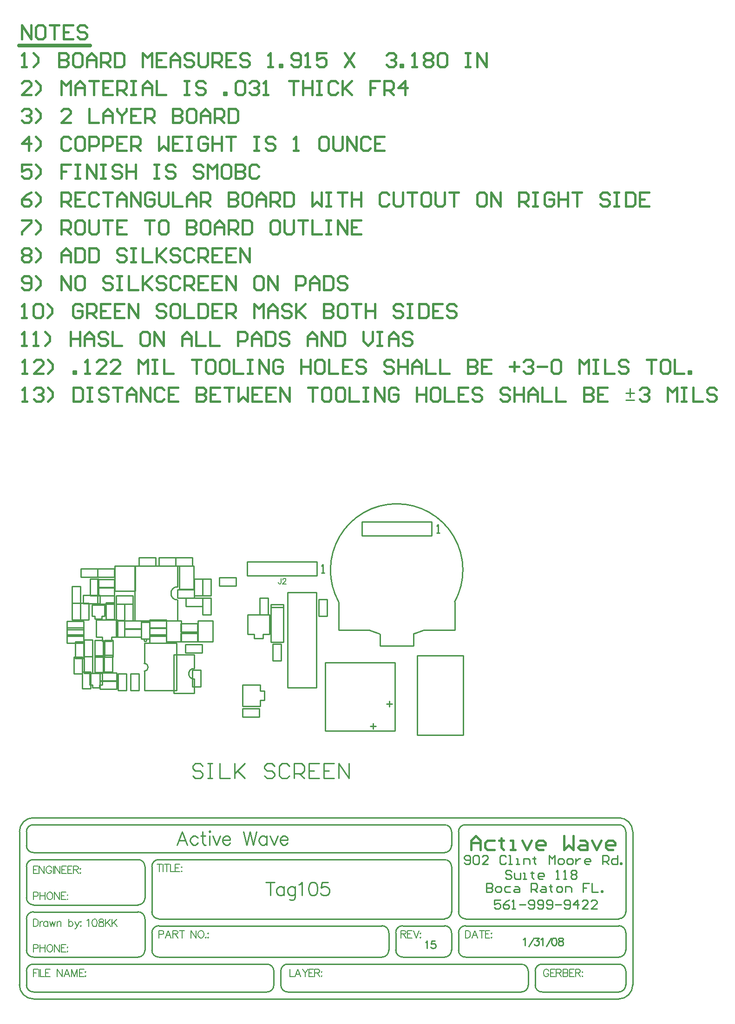
<source format=gto>
%FSLAX24Y24*%
%MOIN*%
G70*
G01*
G75*
G04 Layer_Color=16777215*
%ADD10O,0.0240X0.0800*%
%ADD11R,0.0300X0.0300*%
%ADD12R,0.0360X0.0360*%
%ADD13R,0.0500X0.0360*%
%ADD14R,0.0360X0.0360*%
%ADD15R,0.0360X0.0500*%
%ADD16C,0.0400*%
%ADD17R,0.0200X0.0500*%
%ADD18R,0.0236X0.0236*%
%ADD19R,0.0300X0.0300*%
%ADD20R,0.0740X0.0450*%
%ADD21R,0.0748X0.0433*%
%ADD22O,0.0160X0.0600*%
%ADD23R,0.0236X0.1000*%
%ADD24R,0.0236X0.0900*%
%ADD25R,0.0700X0.0236*%
%ADD26R,0.0900X0.0236*%
%ADD27O,0.0160X0.0600*%
%ADD28R,0.0138X0.0354*%
%ADD29R,0.0250X0.0300*%
%ADD30R,0.0640X0.0440*%
%ADD31R,0.0492X0.1181*%
%ADD32R,0.1000X0.1000*%
%ADD33R,0.1000X0.1400*%
%ADD34R,0.1000X0.1300*%
%ADD35R,0.1000X0.1200*%
%ADD36R,0.0138X0.0354*%
%ADD37R,0.0100X0.0100*%
%ADD38R,0.2000X0.1000*%
%ADD39R,0.1600X0.1800*%
%ADD40C,0.0120*%
%ADD41C,0.0150*%
%ADD42C,0.0100*%
%ADD43C,0.0400*%
%ADD44C,0.0250*%
%ADD45C,0.0160*%
%ADD46C,0.0200*%
%ADD47C,0.0140*%
%ADD48C,0.0300*%
%ADD49C,0.0740*%
%ADD50C,0.0060*%
%ADD51C,0.0080*%
%ADD52C,0.0090*%
%ADD53C,0.0050*%
%ADD54R,0.0500X0.0500*%
%ADD55C,0.0700*%
%ADD56C,0.0620*%
%ADD57R,0.0620X0.0620*%
%ADD58C,0.1220*%
%ADD59C,0.1000*%
%ADD60C,0.1950*%
%ADD61C,0.0280*%
%ADD62R,0.0700X0.0700*%
D41*
X29335Y-7069D02*
Y-6403D01*
X29668Y-6069D01*
X30002Y-6403D01*
Y-7069D01*
Y-6569D01*
X29335D01*
X31001Y-6403D02*
X30502D01*
X30335Y-6569D01*
Y-6902D01*
X30502Y-7069D01*
X31001D01*
X31501Y-6236D02*
Y-6403D01*
X31335D01*
X31668D01*
X31501D01*
Y-6902D01*
X31668Y-7069D01*
X32168D02*
X32501D01*
X32334D01*
Y-6403D01*
X32168D01*
X33001D02*
X33334Y-7069D01*
X33667Y-6403D01*
X34500Y-7069D02*
X34167D01*
X34000Y-6902D01*
Y-6569D01*
X34167Y-6403D01*
X34500D01*
X34667Y-6569D01*
Y-6736D01*
X34000D01*
X36000Y-6069D02*
Y-7069D01*
X36333Y-6736D01*
X36666Y-7069D01*
Y-6069D01*
X37166Y-6403D02*
X37499D01*
X37666Y-6569D01*
Y-7069D01*
X37166D01*
X36999Y-6902D01*
X37166Y-6736D01*
X37666D01*
X37999Y-6403D02*
X38332Y-7069D01*
X38666Y-6403D01*
X39499Y-7069D02*
X39165D01*
X38999Y-6902D01*
Y-6569D01*
X39165Y-6403D01*
X39499D01*
X39665Y-6569D01*
Y-6736D01*
X38999D01*
X-2884Y25105D02*
X-2551D01*
X-2717D01*
Y26105D01*
X-2884Y25938D01*
X-2051D02*
X-1884Y26105D01*
X-1551D01*
X-1385Y25938D01*
Y25771D01*
X-1551Y25605D01*
X-1718D01*
X-1551D01*
X-1385Y25438D01*
Y25272D01*
X-1551Y25105D01*
X-1884D01*
X-2051Y25272D01*
X-1051Y25105D02*
X-718Y25438D01*
Y25771D01*
X-1051Y26105D01*
X781D02*
Y25105D01*
X1281D01*
X1448Y25272D01*
Y25938D01*
X1281Y26105D01*
X781D01*
X1781D02*
X2114D01*
X1948D01*
Y25105D01*
X1781D01*
X2114D01*
X3281Y25938D02*
X3114Y26105D01*
X2781D01*
X2614Y25938D01*
Y25771D01*
X2781Y25605D01*
X3114D01*
X3281Y25438D01*
Y25272D01*
X3114Y25105D01*
X2781D01*
X2614Y25272D01*
X3614Y26105D02*
X4280D01*
X3947D01*
Y25105D01*
X4614D02*
Y25771D01*
X4947Y26105D01*
X5280Y25771D01*
Y25105D01*
Y25605D01*
X4614D01*
X5613Y25105D02*
Y26105D01*
X6280Y25105D01*
Y26105D01*
X7279Y25938D02*
X7113Y26105D01*
X6780D01*
X6613Y25938D01*
Y25272D01*
X6780Y25105D01*
X7113D01*
X7279Y25272D01*
X8279Y26105D02*
X7613D01*
Y25105D01*
X8279D01*
X7613Y25605D02*
X7946D01*
X9612Y26105D02*
Y25105D01*
X10112D01*
X10278Y25272D01*
Y25438D01*
X10112Y25605D01*
X9612D01*
X10112D01*
X10278Y25771D01*
Y25938D01*
X10112Y26105D01*
X9612D01*
X11278D02*
X10612D01*
Y25105D01*
X11278D01*
X10612Y25605D02*
X10945D01*
X11611Y26105D02*
X12278D01*
X11945D01*
Y25105D01*
X12611Y26105D02*
Y25105D01*
X12944Y25438D01*
X13277Y25105D01*
Y26105D01*
X14277D02*
X13611D01*
Y25105D01*
X14277D01*
X13611Y25605D02*
X13944D01*
X15277Y26105D02*
X14610D01*
Y25105D01*
X15277D01*
X14610Y25605D02*
X14944D01*
X15610Y25105D02*
Y26105D01*
X16276Y25105D01*
Y26105D01*
X17609D02*
X18276D01*
X17943D01*
Y25105D01*
X19109Y26105D02*
X18776D01*
X18609Y25938D01*
Y25272D01*
X18776Y25105D01*
X19109D01*
X19275Y25272D01*
Y25938D01*
X19109Y26105D01*
X20109D02*
X19775D01*
X19609Y25938D01*
Y25272D01*
X19775Y25105D01*
X20109D01*
X20275Y25272D01*
Y25938D01*
X20109Y26105D01*
X20608D02*
Y25105D01*
X21275D01*
X21608Y26105D02*
X21941D01*
X21775D01*
Y25105D01*
X21608D01*
X21941D01*
X22441D02*
Y26105D01*
X23108Y25105D01*
Y26105D01*
X24107Y25938D02*
X23941Y26105D01*
X23607D01*
X23441Y25938D01*
Y25272D01*
X23607Y25105D01*
X23941D01*
X24107Y25272D01*
Y25605D01*
X23774D01*
X25440Y26105D02*
Y25105D01*
Y25605D01*
X26107D01*
Y26105D01*
Y25105D01*
X26940Y26105D02*
X26606D01*
X26440Y25938D01*
Y25272D01*
X26606Y25105D01*
X26940D01*
X27106Y25272D01*
Y25938D01*
X26940Y26105D01*
X27439D02*
Y25105D01*
X28106D01*
X29106Y26105D02*
X28439D01*
Y25105D01*
X29106D01*
X28439Y25605D02*
X28772D01*
X30105Y25938D02*
X29939Y26105D01*
X29605D01*
X29439Y25938D01*
Y25771D01*
X29605Y25605D01*
X29939D01*
X30105Y25438D01*
Y25272D01*
X29939Y25105D01*
X29605D01*
X29439Y25272D01*
X32105Y25938D02*
X31938Y26105D01*
X31605D01*
X31438Y25938D01*
Y25771D01*
X31605Y25605D01*
X31938D01*
X32105Y25438D01*
Y25272D01*
X31938Y25105D01*
X31605D01*
X31438Y25272D01*
X32438Y26105D02*
Y25105D01*
Y25605D01*
X33104D01*
Y26105D01*
Y25105D01*
X33438D02*
Y25771D01*
X33771Y26105D01*
X34104Y25771D01*
Y25105D01*
Y25605D01*
X33438D01*
X34437Y26105D02*
Y25105D01*
X35104D01*
X35437Y26105D02*
Y25105D01*
X36103D01*
X37436Y26105D02*
Y25105D01*
X37936D01*
X38103Y25272D01*
Y25438D01*
X37936Y25605D01*
X37436D01*
X37936D01*
X38103Y25771D01*
Y25938D01*
X37936Y26105D01*
X37436D01*
X39102D02*
X38436D01*
Y25105D01*
X39102D01*
X38436Y25605D02*
X38769D01*
X41435Y25938D02*
X41602Y26105D01*
X41935D01*
X42101Y25938D01*
Y25771D01*
X41935Y25605D01*
X41768D01*
X41935D01*
X42101Y25438D01*
Y25272D01*
X41935Y25105D01*
X41602D01*
X41435Y25272D01*
X43434Y25105D02*
Y26105D01*
X43768Y25771D01*
X44101Y26105D01*
Y25105D01*
X44434Y26105D02*
X44767D01*
X44601D01*
Y25105D01*
X44434D01*
X44767D01*
X45267Y26105D02*
Y25105D01*
X45934D01*
X46933Y25938D02*
X46767Y26105D01*
X46433D01*
X46267Y25938D01*
Y25771D01*
X46433Y25605D01*
X46767D01*
X46933Y25438D01*
Y25272D01*
X46767Y25105D01*
X46433D01*
X46267Y25272D01*
X-2894Y29085D02*
X-2561D01*
X-2727D01*
Y30085D01*
X-2894Y29918D01*
X-2061Y29085D02*
X-1728D01*
X-1894D01*
Y30085D01*
X-2061Y29918D01*
X-1228Y29085D02*
X-895Y29418D01*
Y29751D01*
X-1228Y30085D01*
X605D02*
Y29085D01*
Y29585D01*
X1271D01*
Y30085D01*
Y29085D01*
X1605D02*
Y29751D01*
X1938Y30085D01*
X2271Y29751D01*
Y29085D01*
Y29585D01*
X1605D01*
X3271Y29918D02*
X3104Y30085D01*
X2771D01*
X2604Y29918D01*
Y29751D01*
X2771Y29585D01*
X3104D01*
X3271Y29418D01*
Y29252D01*
X3104Y29085D01*
X2771D01*
X2604Y29252D01*
X3604Y30085D02*
Y29085D01*
X4270D01*
X6103Y30085D02*
X5770D01*
X5603Y29918D01*
Y29252D01*
X5770Y29085D01*
X6103D01*
X6270Y29252D01*
Y29918D01*
X6103Y30085D01*
X6603Y29085D02*
Y30085D01*
X7269Y29085D01*
Y30085D01*
X8602Y29085D02*
Y29751D01*
X8935Y30085D01*
X9269Y29751D01*
Y29085D01*
Y29585D01*
X8602D01*
X9602Y30085D02*
Y29085D01*
X10268D01*
X10602Y30085D02*
Y29085D01*
X11268D01*
X12601D02*
Y30085D01*
X13101D01*
X13267Y29918D01*
Y29585D01*
X13101Y29418D01*
X12601D01*
X13601Y29085D02*
Y29751D01*
X13934Y30085D01*
X14267Y29751D01*
Y29085D01*
Y29585D01*
X13601D01*
X14600Y30085D02*
Y29085D01*
X15100D01*
X15267Y29252D01*
Y29918D01*
X15100Y30085D01*
X14600D01*
X16266Y29918D02*
X16100Y30085D01*
X15767D01*
X15600Y29918D01*
Y29751D01*
X15767Y29585D01*
X16100D01*
X16266Y29418D01*
Y29252D01*
X16100Y29085D01*
X15767D01*
X15600Y29252D01*
X17599Y29085D02*
Y29751D01*
X17933Y30085D01*
X18266Y29751D01*
Y29085D01*
Y29585D01*
X17599D01*
X18599Y29085D02*
Y30085D01*
X19265Y29085D01*
Y30085D01*
X19599D02*
Y29085D01*
X20099D01*
X20265Y29252D01*
Y29918D01*
X20099Y30085D01*
X19599D01*
X21598D02*
Y29418D01*
X21931Y29085D01*
X22264Y29418D01*
Y30085D01*
X22598D02*
X22931D01*
X22764D01*
Y29085D01*
X22598D01*
X22931D01*
X23431D02*
Y29751D01*
X23764Y30085D01*
X24097Y29751D01*
Y29085D01*
Y29585D01*
X23431D01*
X25097Y29918D02*
X24930Y30085D01*
X24597D01*
X24430Y29918D01*
Y29751D01*
X24597Y29585D01*
X24930D01*
X25097Y29418D01*
Y29252D01*
X24930Y29085D01*
X24597D01*
X24430Y29252D01*
X-2228Y47085D02*
X-2894D01*
X-2228Y47751D01*
Y47918D01*
X-2394Y48085D01*
X-2727D01*
X-2894Y47918D01*
X-1894Y47085D02*
X-1561Y47418D01*
Y47751D01*
X-1894Y48085D01*
X-62Y47085D02*
Y48085D01*
X272Y47751D01*
X605Y48085D01*
Y47085D01*
X938D02*
Y47751D01*
X1271Y48085D01*
X1605Y47751D01*
Y47085D01*
Y47585D01*
X938D01*
X1938Y48085D02*
X2604D01*
X2271D01*
Y47085D01*
X3604Y48085D02*
X2937D01*
Y47085D01*
X3604D01*
X2937Y47585D02*
X3271D01*
X3937Y47085D02*
Y48085D01*
X4437D01*
X4604Y47918D01*
Y47585D01*
X4437Y47418D01*
X3937D01*
X4270D02*
X4604Y47085D01*
X4937Y48085D02*
X5270D01*
X5103D01*
Y47085D01*
X4937D01*
X5270D01*
X5770D02*
Y47751D01*
X6103Y48085D01*
X6436Y47751D01*
Y47085D01*
Y47585D01*
X5770D01*
X6769Y48085D02*
Y47085D01*
X7436D01*
X8769Y48085D02*
X9102D01*
X8935D01*
Y47085D01*
X8769D01*
X9102D01*
X10268Y47918D02*
X10102Y48085D01*
X9769D01*
X9602Y47918D01*
Y47751D01*
X9769Y47585D01*
X10102D01*
X10268Y47418D01*
Y47252D01*
X10102Y47085D01*
X9769D01*
X9602Y47252D01*
X11601Y47085D02*
Y47252D01*
X11768D01*
Y47085D01*
X11601D01*
X12434Y47918D02*
X12601Y48085D01*
X12934D01*
X13101Y47918D01*
Y47252D01*
X12934Y47085D01*
X12601D01*
X12434Y47252D01*
Y47918D01*
X13434D02*
X13601Y48085D01*
X13934D01*
X14100Y47918D01*
Y47751D01*
X13934Y47585D01*
X13767D01*
X13934D01*
X14100Y47418D01*
Y47252D01*
X13934Y47085D01*
X13601D01*
X13434Y47252D01*
X14434Y47085D02*
X14767D01*
X14600D01*
Y48085D01*
X14434Y47918D01*
X16266Y48085D02*
X16933D01*
X16600D01*
Y47085D01*
X17266Y48085D02*
Y47085D01*
Y47585D01*
X17933D01*
Y48085D01*
Y47085D01*
X18266Y48085D02*
X18599D01*
X18432D01*
Y47085D01*
X18266D01*
X18599D01*
X19765Y47918D02*
X19599Y48085D01*
X19265D01*
X19099Y47918D01*
Y47252D01*
X19265Y47085D01*
X19599D01*
X19765Y47252D01*
X20099Y48085D02*
Y47085D01*
Y47418D01*
X20765Y48085D01*
X20265Y47585D01*
X20765Y47085D01*
X22764Y48085D02*
X22098D01*
Y47585D01*
X22431D01*
X22098D01*
Y47085D01*
X23098D02*
Y48085D01*
X23597D01*
X23764Y47918D01*
Y47585D01*
X23597Y47418D01*
X23098D01*
X23431D02*
X23764Y47085D01*
X24597D02*
Y48085D01*
X24097Y47585D01*
X24764D01*
X-2894Y33252D02*
X-2727Y33085D01*
X-2394D01*
X-2228Y33252D01*
Y33918D01*
X-2394Y34085D01*
X-2727D01*
X-2894Y33918D01*
Y33751D01*
X-2727Y33585D01*
X-2228D01*
X-1894Y33085D02*
X-1561Y33418D01*
Y33751D01*
X-1894Y34085D01*
X-62Y33085D02*
Y34085D01*
X605Y33085D01*
Y34085D01*
X1438D02*
X1105D01*
X938Y33918D01*
Y33252D01*
X1105Y33085D01*
X1438D01*
X1605Y33252D01*
Y33918D01*
X1438Y34085D01*
X3604Y33918D02*
X3437Y34085D01*
X3104D01*
X2937Y33918D01*
Y33751D01*
X3104Y33585D01*
X3437D01*
X3604Y33418D01*
Y33252D01*
X3437Y33085D01*
X3104D01*
X2937Y33252D01*
X3937Y34085D02*
X4270D01*
X4104D01*
Y33085D01*
X3937D01*
X4270D01*
X4770Y34085D02*
Y33085D01*
X5437D01*
X5770Y34085D02*
Y33085D01*
Y33418D01*
X6436Y34085D01*
X5936Y33585D01*
X6436Y33085D01*
X7436Y33918D02*
X7269Y34085D01*
X6936D01*
X6769Y33918D01*
Y33751D01*
X6936Y33585D01*
X7269D01*
X7436Y33418D01*
Y33252D01*
X7269Y33085D01*
X6936D01*
X6769Y33252D01*
X8436Y33918D02*
X8269Y34085D01*
X7936D01*
X7769Y33918D01*
Y33252D01*
X7936Y33085D01*
X8269D01*
X8436Y33252D01*
X8769Y33085D02*
Y34085D01*
X9269D01*
X9435Y33918D01*
Y33585D01*
X9269Y33418D01*
X8769D01*
X9102D02*
X9435Y33085D01*
X10435Y34085D02*
X9769D01*
Y33085D01*
X10435D01*
X9769Y33585D02*
X10102D01*
X11435Y34085D02*
X10768D01*
Y33085D01*
X11435D01*
X10768Y33585D02*
X11101D01*
X11768Y33085D02*
Y34085D01*
X12434Y33085D01*
Y34085D01*
X14267D02*
X13934D01*
X13767Y33918D01*
Y33252D01*
X13934Y33085D01*
X14267D01*
X14434Y33252D01*
Y33918D01*
X14267Y34085D01*
X14767Y33085D02*
Y34085D01*
X15433Y33085D01*
Y34085D01*
X16766Y33085D02*
Y34085D01*
X17266D01*
X17433Y33918D01*
Y33585D01*
X17266Y33418D01*
X16766D01*
X17766Y33085D02*
Y33751D01*
X18099Y34085D01*
X18432Y33751D01*
Y33085D01*
Y33585D01*
X17766D01*
X18766Y34085D02*
Y33085D01*
X19265D01*
X19432Y33252D01*
Y33918D01*
X19265Y34085D01*
X18766D01*
X20432Y33918D02*
X20265Y34085D01*
X19932D01*
X19765Y33918D01*
Y33751D01*
X19932Y33585D01*
X20265D01*
X20432Y33418D01*
Y33252D01*
X20265Y33085D01*
X19932D01*
X19765Y33252D01*
X-2894Y35918D02*
X-2727Y36085D01*
X-2394D01*
X-2228Y35918D01*
Y35751D01*
X-2394Y35585D01*
X-2228Y35418D01*
Y35252D01*
X-2394Y35085D01*
X-2727D01*
X-2894Y35252D01*
Y35418D01*
X-2727Y35585D01*
X-2894Y35751D01*
Y35918D01*
X-2727Y35585D02*
X-2394D01*
X-1894Y35085D02*
X-1561Y35418D01*
Y35751D01*
X-1894Y36085D01*
X-62Y35085D02*
Y35751D01*
X272Y36085D01*
X605Y35751D01*
Y35085D01*
Y35585D01*
X-62D01*
X938Y36085D02*
Y35085D01*
X1438D01*
X1605Y35252D01*
Y35918D01*
X1438Y36085D01*
X938D01*
X1938D02*
Y35085D01*
X2438D01*
X2604Y35252D01*
Y35918D01*
X2438Y36085D01*
X1938D01*
X4604Y35918D02*
X4437Y36085D01*
X4104D01*
X3937Y35918D01*
Y35751D01*
X4104Y35585D01*
X4437D01*
X4604Y35418D01*
Y35252D01*
X4437Y35085D01*
X4104D01*
X3937Y35252D01*
X4937Y36085D02*
X5270D01*
X5103D01*
Y35085D01*
X4937D01*
X5270D01*
X5770Y36085D02*
Y35085D01*
X6436D01*
X6769Y36085D02*
Y35085D01*
Y35418D01*
X7436Y36085D01*
X6936Y35585D01*
X7436Y35085D01*
X8436Y35918D02*
X8269Y36085D01*
X7936D01*
X7769Y35918D01*
Y35751D01*
X7936Y35585D01*
X8269D01*
X8436Y35418D01*
Y35252D01*
X8269Y35085D01*
X7936D01*
X7769Y35252D01*
X9435Y35918D02*
X9269Y36085D01*
X8935D01*
X8769Y35918D01*
Y35252D01*
X8935Y35085D01*
X9269D01*
X9435Y35252D01*
X9769Y35085D02*
Y36085D01*
X10268D01*
X10435Y35918D01*
Y35585D01*
X10268Y35418D01*
X9769D01*
X10102D02*
X10435Y35085D01*
X11435Y36085D02*
X10768D01*
Y35085D01*
X11435D01*
X10768Y35585D02*
X11101D01*
X12434Y36085D02*
X11768D01*
Y35085D01*
X12434D01*
X11768Y35585D02*
X12101D01*
X12768Y35085D02*
Y36085D01*
X13434Y35085D01*
Y36085D01*
X-2894Y38085D02*
X-2228D01*
Y37918D01*
X-2894Y37252D01*
Y37085D01*
X-1894D02*
X-1561Y37418D01*
Y37751D01*
X-1894Y38085D01*
X-62Y37085D02*
Y38085D01*
X438D01*
X605Y37918D01*
Y37585D01*
X438Y37418D01*
X-62D01*
X272D02*
X605Y37085D01*
X1438Y38085D02*
X1105D01*
X938Y37918D01*
Y37252D01*
X1105Y37085D01*
X1438D01*
X1605Y37252D01*
Y37918D01*
X1438Y38085D01*
X1938D02*
Y37252D01*
X2104Y37085D01*
X2438D01*
X2604Y37252D01*
Y38085D01*
X2937D02*
X3604D01*
X3271D01*
Y37085D01*
X4604Y38085D02*
X3937D01*
Y37085D01*
X4604D01*
X3937Y37585D02*
X4270D01*
X5936Y38085D02*
X6603D01*
X6270D01*
Y37085D01*
X7436Y38085D02*
X7103D01*
X6936Y37918D01*
Y37252D01*
X7103Y37085D01*
X7436D01*
X7603Y37252D01*
Y37918D01*
X7436Y38085D01*
X8935D02*
Y37085D01*
X9435D01*
X9602Y37252D01*
Y37418D01*
X9435Y37585D01*
X8935D01*
X9435D01*
X9602Y37751D01*
Y37918D01*
X9435Y38085D01*
X8935D01*
X10435D02*
X10102D01*
X9935Y37918D01*
Y37252D01*
X10102Y37085D01*
X10435D01*
X10602Y37252D01*
Y37918D01*
X10435Y38085D01*
X10935Y37085D02*
Y37751D01*
X11268Y38085D01*
X11601Y37751D01*
Y37085D01*
Y37585D01*
X10935D01*
X11934Y37085D02*
Y38085D01*
X12434D01*
X12601Y37918D01*
Y37585D01*
X12434Y37418D01*
X11934D01*
X12268D02*
X12601Y37085D01*
X12934Y38085D02*
Y37085D01*
X13434D01*
X13601Y37252D01*
Y37918D01*
X13434Y38085D01*
X12934D01*
X15433D02*
X15100D01*
X14934Y37918D01*
Y37252D01*
X15100Y37085D01*
X15433D01*
X15600Y37252D01*
Y37918D01*
X15433Y38085D01*
X15933D02*
Y37252D01*
X16100Y37085D01*
X16433D01*
X16600Y37252D01*
Y38085D01*
X16933D02*
X17599D01*
X17266D01*
Y37085D01*
X17933Y38085D02*
Y37085D01*
X18599D01*
X18932Y38085D02*
X19265D01*
X19099D01*
Y37085D01*
X18932D01*
X19265D01*
X19765D02*
Y38085D01*
X20432Y37085D01*
Y38085D01*
X21431D02*
X20765D01*
Y37085D01*
X21431D01*
X20765Y37585D02*
X21098D01*
X-2228Y40085D02*
X-2561Y39918D01*
X-2894Y39585D01*
Y39252D01*
X-2727Y39085D01*
X-2394D01*
X-2228Y39252D01*
Y39418D01*
X-2394Y39585D01*
X-2894D01*
X-1894Y39085D02*
X-1561Y39418D01*
Y39751D01*
X-1894Y40085D01*
X-62Y39085D02*
Y40085D01*
X438D01*
X605Y39918D01*
Y39585D01*
X438Y39418D01*
X-62D01*
X272D02*
X605Y39085D01*
X1605Y40085D02*
X938D01*
Y39085D01*
X1605D01*
X938Y39585D02*
X1271D01*
X2604Y39918D02*
X2438Y40085D01*
X2104D01*
X1938Y39918D01*
Y39252D01*
X2104Y39085D01*
X2438D01*
X2604Y39252D01*
X2937Y40085D02*
X3604D01*
X3271D01*
Y39085D01*
X3937D02*
Y39751D01*
X4270Y40085D01*
X4604Y39751D01*
Y39085D01*
Y39585D01*
X3937D01*
X4937Y39085D02*
Y40085D01*
X5603Y39085D01*
Y40085D01*
X6603Y39918D02*
X6436Y40085D01*
X6103D01*
X5936Y39918D01*
Y39252D01*
X6103Y39085D01*
X6436D01*
X6603Y39252D01*
Y39585D01*
X6270D01*
X6936Y40085D02*
Y39252D01*
X7103Y39085D01*
X7436D01*
X7603Y39252D01*
Y40085D01*
X7936D02*
Y39085D01*
X8602D01*
X8935D02*
Y39751D01*
X9269Y40085D01*
X9602Y39751D01*
Y39085D01*
Y39585D01*
X8935D01*
X9935Y39085D02*
Y40085D01*
X10435D01*
X10602Y39918D01*
Y39585D01*
X10435Y39418D01*
X9935D01*
X10268D02*
X10602Y39085D01*
X11934Y40085D02*
Y39085D01*
X12434D01*
X12601Y39252D01*
Y39418D01*
X12434Y39585D01*
X11934D01*
X12434D01*
X12601Y39751D01*
Y39918D01*
X12434Y40085D01*
X11934D01*
X13434D02*
X13101D01*
X12934Y39918D01*
Y39252D01*
X13101Y39085D01*
X13434D01*
X13601Y39252D01*
Y39918D01*
X13434Y40085D01*
X13934Y39085D02*
Y39751D01*
X14267Y40085D01*
X14600Y39751D01*
Y39085D01*
Y39585D01*
X13934D01*
X14934Y39085D02*
Y40085D01*
X15433D01*
X15600Y39918D01*
Y39585D01*
X15433Y39418D01*
X14934D01*
X15267D02*
X15600Y39085D01*
X15933Y40085D02*
Y39085D01*
X16433D01*
X16600Y39252D01*
Y39918D01*
X16433Y40085D01*
X15933D01*
X17933D02*
Y39085D01*
X18266Y39418D01*
X18599Y39085D01*
Y40085D01*
X18932D02*
X19265D01*
X19099D01*
Y39085D01*
X18932D01*
X19265D01*
X19765Y40085D02*
X20432D01*
X20099D01*
Y39085D01*
X20765Y40085D02*
Y39085D01*
Y39585D01*
X21431D01*
Y40085D01*
Y39085D01*
X23431Y39918D02*
X23264Y40085D01*
X22931D01*
X22764Y39918D01*
Y39252D01*
X22931Y39085D01*
X23264D01*
X23431Y39252D01*
X23764Y40085D02*
Y39252D01*
X23931Y39085D01*
X24264D01*
X24430Y39252D01*
Y40085D01*
X24764D02*
X25430D01*
X25097D01*
Y39085D01*
X26263Y40085D02*
X25930D01*
X25763Y39918D01*
Y39252D01*
X25930Y39085D01*
X26263D01*
X26430Y39252D01*
Y39918D01*
X26263Y40085D01*
X26763D02*
Y39252D01*
X26930Y39085D01*
X27263D01*
X27429Y39252D01*
Y40085D01*
X27763D02*
X28429D01*
X28096D01*
Y39085D01*
X30262Y40085D02*
X29929D01*
X29762Y39918D01*
Y39252D01*
X29929Y39085D01*
X30262D01*
X30429Y39252D01*
Y39918D01*
X30262Y40085D01*
X30762Y39085D02*
Y40085D01*
X31428Y39085D01*
Y40085D01*
X32761Y39085D02*
Y40085D01*
X33261D01*
X33428Y39918D01*
Y39585D01*
X33261Y39418D01*
X32761D01*
X33094D02*
X33428Y39085D01*
X33761Y40085D02*
X34094D01*
X33927D01*
Y39085D01*
X33761D01*
X34094D01*
X35260Y39918D02*
X35094Y40085D01*
X34760D01*
X34594Y39918D01*
Y39252D01*
X34760Y39085D01*
X35094D01*
X35260Y39252D01*
Y39585D01*
X34927D01*
X35594Y40085D02*
Y39085D01*
Y39585D01*
X36260D01*
Y40085D01*
Y39085D01*
X36593Y40085D02*
X37260D01*
X36926D01*
Y39085D01*
X39259Y39918D02*
X39092Y40085D01*
X38759D01*
X38593Y39918D01*
Y39751D01*
X38759Y39585D01*
X39092D01*
X39259Y39418D01*
Y39252D01*
X39092Y39085D01*
X38759D01*
X38593Y39252D01*
X39592Y40085D02*
X39925D01*
X39759D01*
Y39085D01*
X39592D01*
X39925D01*
X40425Y40085D02*
Y39085D01*
X40925D01*
X41092Y39252D01*
Y39918D01*
X40925Y40085D01*
X40425D01*
X42091D02*
X41425D01*
Y39085D01*
X42091D01*
X41425Y39585D02*
X41758D01*
X-2228Y42085D02*
X-2894D01*
Y41585D01*
X-2561Y41751D01*
X-2394D01*
X-2228Y41585D01*
Y41252D01*
X-2394Y41085D01*
X-2727D01*
X-2894Y41252D01*
X-1894Y41085D02*
X-1561Y41418D01*
Y41751D01*
X-1894Y42085D01*
X605D02*
X-62D01*
Y41585D01*
X272D01*
X-62D01*
Y41085D01*
X938Y42085D02*
X1271D01*
X1105D01*
Y41085D01*
X938D01*
X1271D01*
X1771D02*
Y42085D01*
X2438Y41085D01*
Y42085D01*
X2771D02*
X3104D01*
X2937D01*
Y41085D01*
X2771D01*
X3104D01*
X4270Y41918D02*
X4104Y42085D01*
X3770D01*
X3604Y41918D01*
Y41751D01*
X3770Y41585D01*
X4104D01*
X4270Y41418D01*
Y41252D01*
X4104Y41085D01*
X3770D01*
X3604Y41252D01*
X4604Y42085D02*
Y41085D01*
Y41585D01*
X5270D01*
Y42085D01*
Y41085D01*
X6603Y42085D02*
X6936D01*
X6769D01*
Y41085D01*
X6603D01*
X6936D01*
X8102Y41918D02*
X7936Y42085D01*
X7603D01*
X7436Y41918D01*
Y41751D01*
X7603Y41585D01*
X7936D01*
X8102Y41418D01*
Y41252D01*
X7936Y41085D01*
X7603D01*
X7436Y41252D01*
X10102Y41918D02*
X9935Y42085D01*
X9602D01*
X9435Y41918D01*
Y41751D01*
X9602Y41585D01*
X9935D01*
X10102Y41418D01*
Y41252D01*
X9935Y41085D01*
X9602D01*
X9435Y41252D01*
X10435Y41085D02*
Y42085D01*
X10768Y41751D01*
X11101Y42085D01*
Y41085D01*
X11934Y42085D02*
X11601D01*
X11435Y41918D01*
Y41252D01*
X11601Y41085D01*
X11934D01*
X12101Y41252D01*
Y41918D01*
X11934Y42085D01*
X12434D02*
Y41085D01*
X12934D01*
X13101Y41252D01*
Y41418D01*
X12934Y41585D01*
X12434D01*
X12934D01*
X13101Y41751D01*
Y41918D01*
X12934Y42085D01*
X12434D01*
X14100Y41918D02*
X13934Y42085D01*
X13601D01*
X13434Y41918D01*
Y41252D01*
X13601Y41085D01*
X13934D01*
X14100Y41252D01*
X-2394Y43085D02*
Y44085D01*
X-2894Y43585D01*
X-2228D01*
X-1894Y43085D02*
X-1561Y43418D01*
Y43751D01*
X-1894Y44085D01*
X605Y43918D02*
X438Y44085D01*
X105D01*
X-62Y43918D01*
Y43252D01*
X105Y43085D01*
X438D01*
X605Y43252D01*
X1438Y44085D02*
X1105D01*
X938Y43918D01*
Y43252D01*
X1105Y43085D01*
X1438D01*
X1605Y43252D01*
Y43918D01*
X1438Y44085D01*
X1938Y43085D02*
Y44085D01*
X2438D01*
X2604Y43918D01*
Y43585D01*
X2438Y43418D01*
X1938D01*
X2937Y43085D02*
Y44085D01*
X3437D01*
X3604Y43918D01*
Y43585D01*
X3437Y43418D01*
X2937D01*
X4604Y44085D02*
X3937D01*
Y43085D01*
X4604D01*
X3937Y43585D02*
X4270D01*
X4937Y43085D02*
Y44085D01*
X5437D01*
X5603Y43918D01*
Y43585D01*
X5437Y43418D01*
X4937D01*
X5270D02*
X5603Y43085D01*
X6936Y44085D02*
Y43085D01*
X7269Y43418D01*
X7603Y43085D01*
Y44085D01*
X8602D02*
X7936D01*
Y43085D01*
X8602D01*
X7936Y43585D02*
X8269D01*
X8935Y44085D02*
X9269D01*
X9102D01*
Y43085D01*
X8935D01*
X9269D01*
X10435Y43918D02*
X10268Y44085D01*
X9935D01*
X9769Y43918D01*
Y43252D01*
X9935Y43085D01*
X10268D01*
X10435Y43252D01*
Y43585D01*
X10102D01*
X10768Y44085D02*
Y43085D01*
Y43585D01*
X11435D01*
Y44085D01*
Y43085D01*
X11768Y44085D02*
X12434D01*
X12101D01*
Y43085D01*
X13767Y44085D02*
X14100D01*
X13934D01*
Y43085D01*
X13767D01*
X14100D01*
X15267Y43918D02*
X15100Y44085D01*
X14767D01*
X14600Y43918D01*
Y43751D01*
X14767Y43585D01*
X15100D01*
X15267Y43418D01*
Y43252D01*
X15100Y43085D01*
X14767D01*
X14600Y43252D01*
X16600Y43085D02*
X16933D01*
X16766D01*
Y44085D01*
X16600Y43918D01*
X18932Y44085D02*
X18599D01*
X18432Y43918D01*
Y43252D01*
X18599Y43085D01*
X18932D01*
X19099Y43252D01*
Y43918D01*
X18932Y44085D01*
X19432D02*
Y43252D01*
X19599Y43085D01*
X19932D01*
X20099Y43252D01*
Y44085D01*
X20432Y43085D02*
Y44085D01*
X21098Y43085D01*
Y44085D01*
X22098Y43918D02*
X21931Y44085D01*
X21598D01*
X21431Y43918D01*
Y43252D01*
X21598Y43085D01*
X21931D01*
X22098Y43252D01*
X23098Y44085D02*
X22431D01*
Y43085D01*
X23098D01*
X22431Y43585D02*
X22764D01*
X-2894Y45918D02*
X-2727Y46085D01*
X-2394D01*
X-2228Y45918D01*
Y45751D01*
X-2394Y45585D01*
X-2561D01*
X-2394D01*
X-2228Y45418D01*
Y45252D01*
X-2394Y45085D01*
X-2727D01*
X-2894Y45252D01*
X-1894Y45085D02*
X-1561Y45418D01*
Y45751D01*
X-1894Y46085D01*
X605Y45085D02*
X-62D01*
X605Y45751D01*
Y45918D01*
X438Y46085D01*
X105D01*
X-62Y45918D01*
X1938Y46085D02*
Y45085D01*
X2604D01*
X2937D02*
Y45751D01*
X3271Y46085D01*
X3604Y45751D01*
Y45085D01*
Y45585D01*
X2937D01*
X3937Y46085D02*
Y45918D01*
X4270Y45585D01*
X4604Y45918D01*
Y46085D01*
X4270Y45585D02*
Y45085D01*
X5603Y46085D02*
X4937D01*
Y45085D01*
X5603D01*
X4937Y45585D02*
X5270D01*
X5936Y45085D02*
Y46085D01*
X6436D01*
X6603Y45918D01*
Y45585D01*
X6436Y45418D01*
X5936D01*
X6270D02*
X6603Y45085D01*
X7936Y46085D02*
Y45085D01*
X8436D01*
X8602Y45252D01*
Y45418D01*
X8436Y45585D01*
X7936D01*
X8436D01*
X8602Y45751D01*
Y45918D01*
X8436Y46085D01*
X7936D01*
X9435D02*
X9102D01*
X8935Y45918D01*
Y45252D01*
X9102Y45085D01*
X9435D01*
X9602Y45252D01*
Y45918D01*
X9435Y46085D01*
X9935Y45085D02*
Y45751D01*
X10268Y46085D01*
X10602Y45751D01*
Y45085D01*
Y45585D01*
X9935D01*
X10935Y45085D02*
Y46085D01*
X11435D01*
X11601Y45918D01*
Y45585D01*
X11435Y45418D01*
X10935D01*
X11268D02*
X11601Y45085D01*
X11935Y46085D02*
Y45085D01*
X12434D01*
X12601Y45252D01*
Y45918D01*
X12434Y46085D01*
X11935D01*
X-2894Y31085D02*
X-2561D01*
X-2727D01*
Y32085D01*
X-2894Y31918D01*
X-2061D02*
X-1894Y32085D01*
X-1561D01*
X-1395Y31918D01*
Y31252D01*
X-1561Y31085D01*
X-1894D01*
X-2061Y31252D01*
Y31918D01*
X-1061Y31085D02*
X-728Y31418D01*
Y31751D01*
X-1061Y32085D01*
X1438Y31918D02*
X1271Y32085D01*
X938D01*
X771Y31918D01*
Y31252D01*
X938Y31085D01*
X1271D01*
X1438Y31252D01*
Y31585D01*
X1105D01*
X1771Y31085D02*
Y32085D01*
X2271D01*
X2438Y31918D01*
Y31585D01*
X2271Y31418D01*
X1771D01*
X2104D02*
X2438Y31085D01*
X3437Y32085D02*
X2771D01*
Y31085D01*
X3437D01*
X2771Y31585D02*
X3104D01*
X4437Y32085D02*
X3770D01*
Y31085D01*
X4437D01*
X3770Y31585D02*
X4104D01*
X4770Y31085D02*
Y32085D01*
X5437Y31085D01*
Y32085D01*
X7436Y31918D02*
X7269Y32085D01*
X6936D01*
X6769Y31918D01*
Y31751D01*
X6936Y31585D01*
X7269D01*
X7436Y31418D01*
Y31252D01*
X7269Y31085D01*
X6936D01*
X6769Y31252D01*
X8269Y32085D02*
X7936D01*
X7769Y31918D01*
Y31252D01*
X7936Y31085D01*
X8269D01*
X8436Y31252D01*
Y31918D01*
X8269Y32085D01*
X8769D02*
Y31085D01*
X9435D01*
X9769Y32085D02*
Y31085D01*
X10268D01*
X10435Y31252D01*
Y31918D01*
X10268Y32085D01*
X9769D01*
X11435D02*
X10768D01*
Y31085D01*
X11435D01*
X10768Y31585D02*
X11101D01*
X11768Y31085D02*
Y32085D01*
X12268D01*
X12434Y31918D01*
Y31585D01*
X12268Y31418D01*
X11768D01*
X12101D02*
X12434Y31085D01*
X13767D02*
Y32085D01*
X14100Y31751D01*
X14434Y32085D01*
Y31085D01*
X14767D02*
Y31751D01*
X15100Y32085D01*
X15433Y31751D01*
Y31085D01*
Y31585D01*
X14767D01*
X16433Y31918D02*
X16266Y32085D01*
X15933D01*
X15767Y31918D01*
Y31751D01*
X15933Y31585D01*
X16266D01*
X16433Y31418D01*
Y31252D01*
X16266Y31085D01*
X15933D01*
X15767Y31252D01*
X16766Y32085D02*
Y31085D01*
Y31418D01*
X17433Y32085D01*
X16933Y31585D01*
X17433Y31085D01*
X18766Y32085D02*
Y31085D01*
X19265D01*
X19432Y31252D01*
Y31418D01*
X19265Y31585D01*
X18766D01*
X19265D01*
X19432Y31751D01*
Y31918D01*
X19265Y32085D01*
X18766D01*
X20265D02*
X19932D01*
X19765Y31918D01*
Y31252D01*
X19932Y31085D01*
X20265D01*
X20432Y31252D01*
Y31918D01*
X20265Y32085D01*
X20765D02*
X21431D01*
X21098D01*
Y31085D01*
X21765Y32085D02*
Y31085D01*
Y31585D01*
X22431D01*
Y32085D01*
Y31085D01*
X24430Y31918D02*
X24264Y32085D01*
X23931D01*
X23764Y31918D01*
Y31751D01*
X23931Y31585D01*
X24264D01*
X24430Y31418D01*
Y31252D01*
X24264Y31085D01*
X23931D01*
X23764Y31252D01*
X24764Y32085D02*
X25097D01*
X24930D01*
Y31085D01*
X24764D01*
X25097D01*
X25597Y32085D02*
Y31085D01*
X26097D01*
X26263Y31252D01*
Y31918D01*
X26097Y32085D01*
X25597D01*
X27263D02*
X26596D01*
Y31085D01*
X27263D01*
X26596Y31585D02*
X26930D01*
X28263Y31918D02*
X28096Y32085D01*
X27763D01*
X27596Y31918D01*
Y31751D01*
X27763Y31585D01*
X28096D01*
X28263Y31418D01*
Y31252D01*
X28096Y31085D01*
X27763D01*
X27596Y31252D01*
X-2894Y51085D02*
Y52085D01*
X-2228Y51085D01*
Y52085D01*
X-1395D02*
X-1728D01*
X-1894Y51918D01*
Y51252D01*
X-1728Y51085D01*
X-1395D01*
X-1228Y51252D01*
Y51918D01*
X-1395Y52085D01*
X-895D02*
X-228D01*
X-561D01*
Y51085D01*
X771Y52085D02*
X105D01*
Y51085D01*
X771D01*
X105Y51585D02*
X438D01*
X1771Y51918D02*
X1605Y52085D01*
X1271D01*
X1105Y51918D01*
Y51751D01*
X1271Y51585D01*
X1605D01*
X1771Y51418D01*
Y51252D01*
X1605Y51085D01*
X1271D01*
X1105Y51252D01*
X-2894Y49085D02*
X-2561D01*
X-2727D01*
Y50085D01*
X-2894Y49918D01*
X-2061Y49085D02*
X-1728Y49418D01*
Y49751D01*
X-2061Y50085D01*
X-228D02*
Y49085D01*
X272D01*
X438Y49252D01*
Y49418D01*
X272Y49585D01*
X-228D01*
X272D01*
X438Y49751D01*
Y49918D01*
X272Y50085D01*
X-228D01*
X1271D02*
X938D01*
X771Y49918D01*
Y49252D01*
X938Y49085D01*
X1271D01*
X1438Y49252D01*
Y49918D01*
X1271Y50085D01*
X1771Y49085D02*
Y49751D01*
X2104Y50085D01*
X2438Y49751D01*
Y49085D01*
Y49585D01*
X1771D01*
X2771Y49085D02*
Y50085D01*
X3271D01*
X3437Y49918D01*
Y49585D01*
X3271Y49418D01*
X2771D01*
X3104D02*
X3437Y49085D01*
X3770Y50085D02*
Y49085D01*
X4270D01*
X4437Y49252D01*
Y49918D01*
X4270Y50085D01*
X3770D01*
X5770Y49085D02*
Y50085D01*
X6103Y49751D01*
X6436Y50085D01*
Y49085D01*
X7436Y50085D02*
X6769D01*
Y49085D01*
X7436D01*
X6769Y49585D02*
X7103D01*
X7769Y49085D02*
Y49751D01*
X8102Y50085D01*
X8436Y49751D01*
Y49085D01*
Y49585D01*
X7769D01*
X9435Y49918D02*
X9269Y50085D01*
X8935D01*
X8769Y49918D01*
Y49751D01*
X8935Y49585D01*
X9269D01*
X9435Y49418D01*
Y49252D01*
X9269Y49085D01*
X8935D01*
X8769Y49252D01*
X9769Y50085D02*
Y49252D01*
X9935Y49085D01*
X10268D01*
X10435Y49252D01*
Y50085D01*
X10768Y49085D02*
Y50085D01*
X11268D01*
X11435Y49918D01*
Y49585D01*
X11268Y49418D01*
X10768D01*
X11101D02*
X11435Y49085D01*
X12434Y50085D02*
X11768D01*
Y49085D01*
X12434D01*
X11768Y49585D02*
X12101D01*
X13434Y49918D02*
X13267Y50085D01*
X12934D01*
X12768Y49918D01*
Y49751D01*
X12934Y49585D01*
X13267D01*
X13434Y49418D01*
Y49252D01*
X13267Y49085D01*
X12934D01*
X12768Y49252D01*
X14767Y49085D02*
X15100D01*
X14934D01*
Y50085D01*
X14767Y49918D01*
X15600Y49085D02*
Y49252D01*
X15767D01*
Y49085D01*
X15600D01*
X16433Y49252D02*
X16600Y49085D01*
X16933D01*
X17099Y49252D01*
Y49918D01*
X16933Y50085D01*
X16600D01*
X16433Y49918D01*
Y49751D01*
X16600Y49585D01*
X17099D01*
X17433Y49085D02*
X17766D01*
X17599D01*
Y50085D01*
X17433Y49918D01*
X18932Y50085D02*
X18266D01*
Y49585D01*
X18599Y49751D01*
X18766D01*
X18932Y49585D01*
Y49252D01*
X18766Y49085D01*
X18432D01*
X18266Y49252D01*
X20265Y50085D02*
X20932Y49085D01*
Y50085D02*
X20265Y49085D01*
X23264Y49918D02*
X23431Y50085D01*
X23764D01*
X23931Y49918D01*
Y49751D01*
X23764Y49585D01*
X23597D01*
X23764D01*
X23931Y49418D01*
Y49252D01*
X23764Y49085D01*
X23431D01*
X23264Y49252D01*
X24264Y49085D02*
Y49252D01*
X24430D01*
Y49085D01*
X24264D01*
X25097D02*
X25430D01*
X25264D01*
Y50085D01*
X25097Y49918D01*
X25930D02*
X26097Y50085D01*
X26430D01*
X26596Y49918D01*
Y49751D01*
X26430Y49585D01*
X26596Y49418D01*
Y49252D01*
X26430Y49085D01*
X26097D01*
X25930Y49252D01*
Y49418D01*
X26097Y49585D01*
X25930Y49751D01*
Y49918D01*
X26097Y49585D02*
X26430D01*
X26930Y49918D02*
X27096Y50085D01*
X27429D01*
X27596Y49918D01*
Y49252D01*
X27429Y49085D01*
X27096D01*
X26930Y49252D01*
Y49918D01*
X28929Y50085D02*
X29262D01*
X29096D01*
Y49085D01*
X28929D01*
X29262D01*
X29762D02*
Y50085D01*
X30429Y49085D01*
Y50085D01*
X-2884Y27095D02*
X-2551D01*
X-2717D01*
Y28095D01*
X-2884Y27928D01*
X-1385Y27095D02*
X-2051D01*
X-1385Y27761D01*
Y27928D01*
X-1551Y28095D01*
X-1884D01*
X-2051Y27928D01*
X-1051Y27095D02*
X-718Y27428D01*
Y27761D01*
X-1051Y28095D01*
X781Y27095D02*
Y27262D01*
X948D01*
Y27095D01*
X781D01*
X1615D02*
X1948D01*
X1781D01*
Y28095D01*
X1615Y27928D01*
X3114Y27095D02*
X2448D01*
X3114Y27761D01*
Y27928D01*
X2947Y28095D01*
X2614D01*
X2448Y27928D01*
X4114Y27095D02*
X3447D01*
X4114Y27761D01*
Y27928D01*
X3947Y28095D01*
X3614D01*
X3447Y27928D01*
X5447Y27095D02*
Y28095D01*
X5780Y27761D01*
X6113Y28095D01*
Y27095D01*
X6446Y28095D02*
X6780D01*
X6613D01*
Y27095D01*
X6446D01*
X6780D01*
X7279Y28095D02*
Y27095D01*
X7946D01*
X9279Y28095D02*
X9945D01*
X9612D01*
Y27095D01*
X10778Y28095D02*
X10445D01*
X10278Y27928D01*
Y27262D01*
X10445Y27095D01*
X10778D01*
X10945Y27262D01*
Y27928D01*
X10778Y28095D01*
X11778D02*
X11445D01*
X11278Y27928D01*
Y27262D01*
X11445Y27095D01*
X11778D01*
X11945Y27262D01*
Y27928D01*
X11778Y28095D01*
X12278D02*
Y27095D01*
X12944D01*
X13277Y28095D02*
X13611D01*
X13444D01*
Y27095D01*
X13277D01*
X13611D01*
X14110D02*
Y28095D01*
X14777Y27095D01*
Y28095D01*
X15777Y27928D02*
X15610Y28095D01*
X15277D01*
X15110Y27928D01*
Y27262D01*
X15277Y27095D01*
X15610D01*
X15777Y27262D01*
Y27595D01*
X15443D01*
X17110Y28095D02*
Y27095D01*
Y27595D01*
X17776D01*
Y28095D01*
Y27095D01*
X18609Y28095D02*
X18276D01*
X18109Y27928D01*
Y27262D01*
X18276Y27095D01*
X18609D01*
X18776Y27262D01*
Y27928D01*
X18609Y28095D01*
X19109D02*
Y27095D01*
X19775D01*
X20775Y28095D02*
X20109D01*
Y27095D01*
X20775D01*
X20109Y27595D02*
X20442D01*
X21775Y27928D02*
X21608Y28095D01*
X21275D01*
X21108Y27928D01*
Y27761D01*
X21275Y27595D01*
X21608D01*
X21775Y27428D01*
Y27262D01*
X21608Y27095D01*
X21275D01*
X21108Y27262D01*
X23774Y27928D02*
X23607Y28095D01*
X23274D01*
X23108Y27928D01*
Y27761D01*
X23274Y27595D01*
X23607D01*
X23774Y27428D01*
Y27262D01*
X23607Y27095D01*
X23274D01*
X23108Y27262D01*
X24107Y28095D02*
Y27095D01*
Y27595D01*
X24774D01*
Y28095D01*
Y27095D01*
X25107D02*
Y27761D01*
X25440Y28095D01*
X25773Y27761D01*
Y27095D01*
Y27595D01*
X25107D01*
X26107Y28095D02*
Y27095D01*
X26773D01*
X27106Y28095D02*
Y27095D01*
X27773D01*
X29106Y28095D02*
Y27095D01*
X29605D01*
X29772Y27262D01*
Y27428D01*
X29605Y27595D01*
X29106D01*
X29605D01*
X29772Y27761D01*
Y27928D01*
X29605Y28095D01*
X29106D01*
X30772D02*
X30105D01*
Y27095D01*
X30772D01*
X30105Y27595D02*
X30439D01*
X32105D02*
X32771D01*
X32438Y27928D02*
Y27262D01*
X33104Y27928D02*
X33271Y28095D01*
X33604D01*
X33771Y27928D01*
Y27761D01*
X33604Y27595D01*
X33438D01*
X33604D01*
X33771Y27428D01*
Y27262D01*
X33604Y27095D01*
X33271D01*
X33104Y27262D01*
X34104Y27595D02*
X34770D01*
X35104Y27928D02*
X35270Y28095D01*
X35604D01*
X35770Y27928D01*
Y27262D01*
X35604Y27095D01*
X35270D01*
X35104Y27262D01*
Y27928D01*
X37103Y27095D02*
Y28095D01*
X37436Y27761D01*
X37769Y28095D01*
Y27095D01*
X38103Y28095D02*
X38436D01*
X38269D01*
Y27095D01*
X38103D01*
X38436D01*
X38936Y28095D02*
Y27095D01*
X39602D01*
X40602Y27928D02*
X40435Y28095D01*
X40102D01*
X39935Y27928D01*
Y27761D01*
X40102Y27595D01*
X40435D01*
X40602Y27428D01*
Y27262D01*
X40435Y27095D01*
X40102D01*
X39935Y27262D01*
X41935Y28095D02*
X42601D01*
X42268D01*
Y27095D01*
X43434Y28095D02*
X43101D01*
X42934Y27928D01*
Y27262D01*
X43101Y27095D01*
X43434D01*
X43601Y27262D01*
Y27928D01*
X43434Y28095D01*
X43934D02*
Y27095D01*
X44601D01*
X44934D02*
Y27262D01*
X45100D01*
Y27095D01*
X44934D01*
D42*
X5880Y5755D02*
G03*
X5880Y6295I0J270D01*
G01*
X9445Y5930D02*
G03*
X9445Y5182I0J-374D01*
G01*
X6060Y7960D02*
G03*
X6060Y7960I-100J0D01*
G01*
X8264Y11797D02*
G03*
X8264Y10852I0J-472D01*
G01*
X25190Y8407D02*
G03*
X25989Y8694I-1205J4595D01*
G01*
X28146Y10709D02*
G03*
X23985Y17751I-4160J2292D01*
G01*
X21982Y8694D02*
G03*
X22780Y8407I2003J4307D01*
G01*
X23985Y17751D02*
G03*
X19825Y10709I0J-4750D01*
G01*
X13250Y12600D02*
Y13600D01*
Y12600D02*
X18250D01*
Y13600D01*
X13250D02*
X18250D01*
X5880Y7750D02*
X8180D01*
Y4350D02*
Y7750D01*
X5880Y4350D02*
X8180D01*
X5880Y6295D02*
Y7750D01*
Y4350D02*
Y5755D01*
X10360Y9810D02*
X10660D01*
Y11010D01*
X10060D02*
X10660D01*
X10060Y9810D02*
Y11010D01*
Y9810D02*
X10360D01*
X14190Y3670D02*
X14490D01*
X14190Y3220D02*
Y3670D01*
X12940Y3220D02*
X14190D01*
X12940D02*
Y4770D01*
X14190D01*
Y4320D02*
Y4770D01*
Y4320D02*
X14490D01*
Y4140D02*
Y4320D01*
Y3670D02*
Y4140D01*
X5193Y13293D02*
X7976D01*
X14226Y8105D02*
X14406D01*
Y8405D01*
X14856D01*
Y9800D01*
X13306D02*
X14856D01*
X13306Y8405D02*
Y9800D01*
Y8405D02*
X13756D01*
Y8105D02*
Y8405D01*
Y8105D02*
X14226D01*
X3760Y11510D02*
X4860D01*
X3760D02*
Y13310D01*
X5210D01*
Y11510D02*
Y13310D01*
X4860Y11510D02*
X5210D01*
X2311Y9482D02*
X2823D01*
X2114Y9679D02*
Y10506D01*
X3020Y9679D02*
Y10506D01*
X2311Y9482D02*
Y9679D01*
X2114D02*
X2311D01*
X2823Y9482D02*
Y9679D01*
X3020D01*
X3000Y10506D02*
X3020D01*
X2114D02*
X3000D01*
X1954Y5586D02*
X2840D01*
X2860D01*
X2663Y4759D02*
X2860D01*
X2663Y4562D02*
Y4759D01*
X1954D02*
X2151D01*
Y4562D02*
Y4759D01*
X2860D02*
Y5586D01*
X1954Y4759D02*
Y5586D01*
X2151Y4562D02*
X2663D01*
X340Y8550D02*
Y8850D01*
X1540D01*
Y8250D02*
Y8850D01*
X340Y8250D02*
X1540D01*
X340D02*
Y8550D01*
X1860Y6810D02*
X2160D01*
Y8010D01*
X1560D02*
X2160D01*
X1560Y6810D02*
Y8010D01*
Y6810D02*
X1860D01*
X2610Y7960D02*
X2910D01*
Y6760D02*
Y7960D01*
X2310Y6760D02*
X2910D01*
X2310D02*
Y7960D01*
X2610D01*
X2510Y12510D02*
Y12810D01*
Y12510D02*
X3710D01*
Y13110D01*
X2510D02*
X3710D01*
X2510Y12810D02*
Y13110D01*
X3300Y5710D02*
X3600D01*
Y6910D01*
X3000D02*
X3600D01*
X3000Y5710D02*
Y6910D01*
Y5710D02*
X3300D01*
X5500Y13300D02*
Y13600D01*
Y13300D02*
X6700D01*
Y13900D01*
X5500D02*
X6700D01*
X5500Y13600D02*
Y13900D01*
X6910Y13310D02*
Y13610D01*
Y13310D02*
X8110D01*
Y13910D01*
X6910D02*
X8110D01*
X6910Y13610D02*
Y13910D01*
X2310Y6850D02*
X2610D01*
X2310Y5650D02*
Y6850D01*
Y5650D02*
X2910D01*
Y6850D01*
X2610D02*
X2910D01*
X2700Y10580D02*
Y10880D01*
X1500Y10580D02*
X2700D01*
X1500D02*
Y11180D01*
X2700D01*
Y10880D02*
Y11180D01*
X4304Y4366D02*
X4604D01*
Y5566D01*
X4004D02*
X4604D01*
X4004Y4366D02*
Y5566D01*
Y4366D02*
X4304D01*
X340Y8740D02*
Y9040D01*
Y8740D02*
X1540D01*
Y9340D01*
X340D02*
X1540D01*
X340Y9040D02*
Y9340D01*
X3904Y4766D02*
Y5066D01*
X2704D02*
X3904D01*
X2704Y4466D02*
Y5066D01*
Y4466D02*
X3904D01*
Y4766D01*
X5204Y4366D02*
X5504D01*
Y5566D01*
X4904D02*
X5504D01*
X4904Y4366D02*
Y5566D01*
Y4366D02*
X5204D01*
X3720Y12030D02*
Y12330D01*
X2520D02*
X3720D01*
X2520Y11730D02*
Y12330D01*
Y11730D02*
X3720D01*
Y12030D01*
X1590Y9420D02*
X1890D01*
Y10620D01*
X1290D02*
X1890D01*
X1290Y9420D02*
Y10620D01*
Y9420D02*
X1590D01*
X1710Y4510D02*
X2010D01*
Y5710D01*
X1410D02*
X2010D01*
X1410Y4510D02*
Y5710D01*
Y4510D02*
X1710D01*
X10350Y12360D02*
X10650D01*
Y11160D02*
Y12360D01*
X10050Y11160D02*
X10650D01*
X10050D02*
Y12360D01*
X10350D01*
X2520Y10550D02*
Y10850D01*
Y10550D02*
X3720D01*
Y11150D01*
X2520D02*
X3720D01*
X2520Y10850D02*
Y11150D01*
X2690Y5040D02*
Y5340D01*
Y5040D02*
X3890D01*
Y5640D01*
X2690D02*
X3890D01*
X2690Y5340D02*
Y5640D01*
X3720Y11450D02*
Y11750D01*
X2520D02*
X3720D01*
X2520Y11150D02*
Y11750D01*
Y11150D02*
X3720D01*
Y11450D01*
X1240Y7850D02*
X1540D01*
Y6650D02*
Y7850D01*
X940Y6650D02*
X1540D01*
X940D02*
Y7850D01*
X1240D01*
X690Y10620D02*
X990D01*
X690Y9420D02*
Y10620D01*
Y9420D02*
X1290D01*
Y10620D01*
X990D02*
X1290D01*
X2290Y11170D02*
X2590D01*
Y12370D01*
X1990D02*
X2590D01*
X1990Y11170D02*
Y12370D01*
Y11170D02*
X2290D01*
X4160Y8180D02*
X4460D01*
Y9380D01*
X3860D02*
X4460D01*
X3860Y8180D02*
Y9380D01*
Y8180D02*
X4160D01*
X340Y7750D02*
Y8050D01*
Y7750D02*
X1540D01*
Y8350D01*
X340D02*
X1540D01*
X340Y8050D02*
Y8350D01*
X3420Y9450D02*
X3720D01*
Y10650D01*
X3120D02*
X3720D01*
X3120Y9450D02*
Y10650D01*
Y9450D02*
X3420D01*
X1110Y6769D02*
X1410D01*
Y5569D02*
Y6769D01*
X810Y5569D02*
X1410D01*
X810D02*
Y6769D01*
X1110D01*
X9609Y4630D02*
X9909D01*
Y5830D01*
X9309D02*
X9909D01*
X9309Y4630D02*
Y5830D01*
Y4630D02*
X9609D01*
X3860Y10560D02*
X4160D01*
X3860Y9360D02*
Y10560D01*
Y9360D02*
X4460D01*
Y10560D01*
X4160D02*
X4460D01*
X3310Y7960D02*
X3610D01*
Y6760D02*
Y7960D01*
X3010Y6760D02*
X3610D01*
X3010D02*
Y7960D01*
X3310D01*
X14150Y9800D02*
X14450D01*
X14150D02*
Y11000D01*
X14750D01*
Y9800D02*
Y11000D01*
X14450Y9800D02*
X14750D01*
X15100Y7700D02*
X15400D01*
X15100Y6500D02*
Y7700D01*
Y6500D02*
X15700D01*
Y7700D01*
X15400D02*
X15700D01*
X1550Y5610D02*
X1850D01*
X1550D02*
Y6810D01*
X2150D01*
Y5610D02*
Y6810D01*
X1850Y5610D02*
X2150D01*
X21500Y15450D02*
X26500D01*
Y16450D01*
X21500D02*
X26500D01*
X21500Y15450D02*
Y16450D01*
X10060Y10410D02*
Y10710D01*
X8860Y10410D02*
X10060D01*
X8860D02*
Y11010D01*
X10060D01*
Y10710D02*
Y11010D01*
X5060Y10860D02*
Y11160D01*
X3860D02*
X5060D01*
X3860Y10560D02*
Y11160D01*
Y10560D02*
X5060D01*
Y10860D01*
X2860Y7880D02*
X3330D01*
X3510D01*
Y8180D01*
X3960D01*
Y9430D01*
X2410D02*
X3960D01*
X2410Y8180D02*
Y9430D01*
Y8180D02*
X2860D01*
Y7880D02*
Y8180D01*
X14140Y2470D02*
Y2770D01*
X12940Y2470D02*
X14140D01*
X12940D02*
Y3070D01*
X14140D01*
Y2770D02*
Y3070D01*
X8810Y7360D02*
Y7660D01*
X10010D01*
Y7060D02*
Y7660D01*
X8810Y7060D02*
X10010D01*
X8810D02*
Y7360D01*
X990Y11820D02*
X1290D01*
Y10620D02*
Y11820D01*
X690Y10620D02*
X1290D01*
X690D02*
Y11820D01*
X990D01*
X4460Y8760D02*
Y9060D01*
Y8760D02*
X5660D01*
Y9360D01*
X4460D02*
X5660D01*
X4460Y9060D02*
Y9360D01*
Y8510D02*
Y8810D01*
X5660D01*
Y8210D02*
Y8810D01*
X4460Y8210D02*
X5660D01*
X4460D02*
Y8510D01*
X5660Y9260D02*
X5960D01*
X5660Y8060D02*
Y9260D01*
Y8060D02*
X6260D01*
Y9260D01*
X5960D02*
X6260D01*
Y8060D02*
Y8360D01*
X7460D01*
Y7760D02*
Y8360D01*
X6260Y7760D02*
X7460D01*
X6260D02*
Y8060D01*
Y8260D02*
Y8560D01*
Y8260D02*
X7460D01*
Y8860D01*
X6260D02*
X7460D01*
X6260Y8560D02*
Y8860D01*
X8260Y11310D02*
Y11610D01*
X9460D01*
Y11010D02*
Y11610D01*
X8260Y11010D02*
X9460D01*
X8260D02*
Y11310D01*
X8110Y13310D02*
Y13610D01*
Y13310D02*
X9310D01*
Y13910D01*
X8110D02*
X9310D01*
X8110Y13610D02*
Y13910D01*
X8910Y11614D02*
X9441D01*
Y12460D01*
X8910Y13306D02*
X9441D01*
Y12460D02*
Y13306D01*
X8378D02*
X8910D01*
X8378Y12460D02*
Y13306D01*
Y11614D02*
X8910D01*
X8378D02*
Y12460D01*
X7976Y13293D02*
X8264D01*
Y12821D02*
Y13293D01*
X1310Y12510D02*
Y12810D01*
Y12510D02*
X2510D01*
Y13110D01*
X1310D02*
X2510D01*
X1310Y12810D02*
Y13110D01*
X9445Y5930D02*
Y6934D01*
Y4178D02*
Y5182D01*
X8362Y4178D02*
X9445D01*
X8008Y6934D02*
X9090D01*
X8008Y5005D02*
Y6934D01*
X9090D02*
X9445D01*
X8008Y4178D02*
X8362D01*
X8008D02*
Y5005D01*
X5193Y9356D02*
Y10143D01*
X8264Y12506D02*
Y12821D01*
X5193Y10143D02*
Y13293D01*
X8264Y10025D02*
Y10852D01*
Y11797D02*
Y12506D01*
Y9356D02*
Y10025D01*
X5193Y9356D02*
X8264D01*
X7460Y7865D02*
Y8610D01*
Y7865D02*
X7990D01*
X8520D02*
Y8610D01*
X7990Y7865D02*
X8520D01*
Y8610D02*
Y9355D01*
X7990D02*
X8520D01*
X7460Y8610D02*
Y9355D01*
X7990D01*
X9460Y12360D02*
X9760D01*
X9460Y11160D02*
Y12360D01*
Y11160D02*
X10060D01*
Y12360D01*
X9760D02*
X10060D01*
X8500Y7850D02*
Y8150D01*
Y7850D02*
X9700D01*
Y8450D01*
X8500D02*
X9700D01*
X8500Y8150D02*
Y8450D01*
Y8550D02*
Y8850D01*
Y8550D02*
X9700D01*
Y9150D01*
X8500D02*
X9700D01*
X8500Y8850D02*
Y9150D01*
X7450Y8830D02*
Y9130D01*
X6250Y8830D02*
X7450D01*
X6250D02*
Y9430D01*
X7450D01*
Y9130D02*
Y9430D01*
X9730Y9355D02*
X10260D01*
X9730Y8610D02*
Y9355D01*
X10260D02*
X10790D01*
Y8610D02*
Y9355D01*
X10260Y7865D02*
X10790D01*
Y8610D01*
X9730Y7865D02*
X10260D01*
X9730D02*
Y8610D01*
X15854Y7928D02*
X15854Y7820D01*
X14949Y7820D02*
X15854Y7820D01*
X14949Y7820D02*
Y7928D01*
X15854Y10389D02*
Y10520D01*
X14949Y10520D02*
X15854Y10520D01*
X14949Y10389D02*
Y10520D01*
Y10389D02*
X14949Y10212D01*
X14951Y10320D02*
X15857D01*
X15854Y10212D02*
Y10389D01*
X14949Y9070D02*
X14949Y7928D01*
X15854Y9070D02*
Y10212D01*
X14949Y9070D02*
X14949Y10212D01*
X15854Y7928D02*
Y9070D01*
X4760Y10560D02*
X5060D01*
Y9360D02*
Y10560D01*
X4460Y9360D02*
X5060D01*
X4460D02*
Y10560D01*
X4760D01*
X18700Y9700D02*
X19000D01*
Y10900D01*
X18400D02*
X19000D01*
X18400Y9700D02*
Y10900D01*
Y9700D02*
X18700D01*
X16148Y11387D02*
X17191D01*
X16148Y4547D02*
Y11387D01*
Y4547D02*
X18234D01*
Y11387D01*
X17191D02*
X18234D01*
X28750Y1150D02*
Y4000D01*
X27100Y1150D02*
X28750D01*
Y4000D02*
Y6850D01*
X27100D02*
X28750D01*
X25450Y4000D02*
Y6850D01*
X27100D01*
X25450Y1150D02*
Y4000D01*
Y1150D02*
X27100D01*
X23850Y2050D02*
Y6350D01*
X18850D02*
X23850D01*
X18850Y1450D02*
Y6350D01*
Y1450D02*
X23850D01*
Y2050D01*
X22100Y1800D02*
X22500Y1800D01*
X22300Y1600D02*
X22300Y2000D01*
X23450Y3200D02*
Y3600D01*
X23250Y3400D02*
X23650Y3400D01*
X12450Y12150D02*
Y12450D01*
X11250D02*
X12450D01*
X11250Y11850D02*
Y12450D01*
Y11850D02*
X12450D01*
Y12150D01*
X25190Y7976D02*
Y8407D01*
X25989Y8694D02*
X28146D01*
Y8701D02*
Y10709D01*
X22780Y7976D02*
Y8407D01*
X19825Y8694D02*
X21982D01*
X19825Y8701D02*
Y10709D01*
X22780Y7550D02*
Y7976D01*
Y7550D02*
X25190D01*
Y7976D01*
X26850Y15650D02*
X27050D01*
X26950D01*
Y16250D01*
X26850Y16150D01*
X10061Y-1061D02*
X9883Y-884D01*
X9528D01*
X9350Y-1061D01*
Y-1239D01*
X9528Y-1417D01*
X9883D01*
X10061Y-1595D01*
Y-1772D01*
X9883Y-1950D01*
X9528D01*
X9350Y-1772D01*
X10416Y-884D02*
X10772D01*
X10594D01*
Y-1950D01*
X10416D01*
X10772D01*
X11305Y-884D02*
Y-1950D01*
X12016D01*
X12371Y-884D02*
Y-1950D01*
Y-1595D01*
X13082Y-884D01*
X12549Y-1417D01*
X13082Y-1950D01*
X15215Y-1061D02*
X15037Y-884D01*
X14682D01*
X14504Y-1061D01*
Y-1239D01*
X14682Y-1417D01*
X15037D01*
X15215Y-1595D01*
Y-1772D01*
X15037Y-1950D01*
X14682D01*
X14504Y-1772D01*
X16281Y-1061D02*
X16103Y-884D01*
X15748D01*
X15570Y-1061D01*
Y-1772D01*
X15748Y-1950D01*
X16103D01*
X16281Y-1772D01*
X16636Y-1950D02*
Y-884D01*
X17170D01*
X17347Y-1061D01*
Y-1417D01*
X17170Y-1595D01*
X16636D01*
X16992D02*
X17347Y-1950D01*
X18414Y-884D02*
X17703D01*
Y-1950D01*
X18414D01*
X17703Y-1417D02*
X18058D01*
X19480Y-884D02*
X18769D01*
Y-1950D01*
X19480D01*
X18769Y-1417D02*
X19125D01*
X19835Y-1950D02*
Y-884D01*
X20546Y-1950D01*
Y-884D01*
X18600Y12800D02*
X18800D01*
X18700D01*
Y13400D01*
X18600Y13300D01*
X15169Y-15772D02*
G03*
X14669Y-15272I-500J0D01*
G01*
X14681Y-17272D02*
G03*
X15169Y-16775I8J480D01*
G01*
X16169Y-15272D02*
G03*
X15669Y-15772I0J-500D01*
G01*
Y-16772D02*
G03*
X16160Y-17272I500J0D01*
G01*
X33419Y-15772D02*
G03*
X32919Y-15272I-500J0D01*
G01*
X32931Y-17272D02*
G03*
X33419Y-16775I8J480D01*
G01*
X33919Y-16782D02*
G03*
X34418Y-17272I490J0D01*
G01*
X34419Y-15272D02*
G03*
X33919Y-15772I0J-500D01*
G01*
X5919Y-8262D02*
G03*
X5429Y-7772I-490J0D01*
G01*
X5439Y-11022D02*
G03*
X5919Y-10542I0J480D01*
G01*
Y-12012D02*
G03*
X5412Y-11522I-490J0D01*
G01*
X6419Y-11532D02*
G03*
X6909Y-12022I490J0D01*
G01*
X6419Y-14282D02*
G03*
X6909Y-14772I490J0D01*
G01*
X5429D02*
G03*
X5919Y-14282I0J490D01*
G01*
X23419Y-13012D02*
G03*
X22929Y-12522I-490J0D01*
G01*
Y-14772D02*
G03*
X23419Y-14273I0J490D01*
G01*
X23919Y-14262D02*
G03*
X24420Y-14772I510J0D01*
G01*
X24399Y-12522D02*
G03*
X23920Y-13027I0J-480D01*
G01*
X6919Y-12522D02*
G03*
X6419Y-13022I0J-500D01*
G01*
X6919Y-7772D02*
G03*
X6419Y-8272I0J-500D01*
G01*
X-2581Y-14272D02*
G03*
X-2090Y-14772I500J0D01*
G01*
X-2081Y-11522D02*
G03*
X-2581Y-12022I0J-500D01*
G01*
Y-10522D02*
G03*
X-2081Y-11022I500J0D01*
G01*
Y-7772D02*
G03*
X-2581Y-8272I0J-500D01*
G01*
Y-6772D02*
G03*
X-2081Y-7272I500J0D01*
G01*
Y-5272D02*
G03*
X-2581Y-5772I0J-500D01*
G01*
X27919D02*
G03*
X27419Y-5272I-500J0D01*
G01*
X28919D02*
G03*
X28419Y-5772I0J-500D01*
G01*
X27419Y-7272D02*
G03*
X27919Y-6772I0J500D01*
G01*
Y-8272D02*
G03*
X27419Y-7772I-500J0D01*
G01*
X-2081Y-15272D02*
G03*
X-2581Y-15772I0J-500D01*
G01*
X27428Y-12022D02*
G03*
X27919Y-11522I-9J500D01*
G01*
X-2581Y-16772D02*
G03*
X-2090Y-17272I500J0D01*
G01*
X27919Y-13012D02*
G03*
X27429Y-12522I-490J0D01*
G01*
X28419Y-14282D02*
G03*
X28918Y-14772I490J0D01*
G01*
X27419Y-14772D02*
G03*
X27919Y-14272I0J500D01*
G01*
X39919Y-17272D02*
G03*
X40419Y-16772I0J500D01*
G01*
X40419Y-15763D02*
G03*
X39919Y-15272I-500J-9D01*
G01*
Y-14772D02*
G03*
X40419Y-14272I0J500D01*
G01*
Y-5762D02*
G03*
X39912Y-5272I-490J0D01*
G01*
X40919Y-5772D02*
G03*
X39919Y-4772I-1000J0D01*
G01*
Y-17772D02*
G03*
X40919Y-16772I0J1000D01*
G01*
X-3081Y-16762D02*
G03*
X-2088Y-17772I1010J0D01*
G01*
X-2081Y-4772D02*
G03*
X-3081Y-5772I0J-1000D01*
G01*
X28419Y-11522D02*
G03*
X28919Y-12022I500J0D01*
G01*
X39919D02*
G03*
X40419Y-11522I0J500D01*
G01*
X28919Y-12522D02*
G03*
X28419Y-13022I0J-500D01*
G01*
X40419Y-13012D02*
G03*
X39929Y-12522I-490J0D01*
G01*
X16169Y-17272D02*
X32919D01*
X-2081D02*
X14669D01*
X-2081Y-15272D02*
X14669D01*
X16169D02*
X32919D01*
X34419Y-17272D02*
X39919D01*
X34419Y-15272D02*
X39919D01*
X-2081Y-5272D02*
X27419D01*
X-2081Y-17772D02*
X39919D01*
X-2081Y-4772D02*
X39919D01*
X-2081Y-14772D02*
X5419D01*
X-2081Y-11522D02*
X5419D01*
X-2081Y-11022D02*
X5419D01*
X-2081Y-7772D02*
X5419D01*
X-2081Y-7272D02*
X27419D01*
X6919Y-7772D02*
X27419D01*
X6919Y-12522D02*
X22919D01*
X6919Y-14772D02*
X22919D01*
X24419D02*
X27419D01*
X24419Y-12522D02*
X27419D01*
X28919Y-14772D02*
X39919D01*
X28919Y-5272D02*
X39919D01*
X6919Y-12022D02*
X27419D01*
X28919D02*
X39919D01*
X28919Y-12522D02*
X39919D01*
X15169Y-16772D02*
Y-15772D01*
X15669Y-16772D02*
Y-15772D01*
X33419Y-16772D02*
Y-15772D01*
X33919Y-16772D02*
Y-15772D01*
X40919Y-16772D02*
Y-5772D01*
X-2581Y-14272D02*
Y-12022D01*
X5919Y-14272D02*
Y-12022D01*
X-2581Y-10522D02*
Y-8272D01*
X5919Y-10522D02*
Y-8272D01*
X-2581Y-6772D02*
Y-5772D01*
X27919Y-6772D02*
Y-5772D01*
Y-11522D02*
Y-8272D01*
X6419Y-11522D02*
Y-8272D01*
X23419Y-14272D02*
Y-13022D01*
X6419Y-14272D02*
Y-13022D01*
X23919Y-14272D02*
Y-13022D01*
X27919Y-14272D02*
Y-13022D01*
X40419Y-16772D02*
Y-15772D01*
X-2581Y-16772D02*
Y-15772D01*
X-3081Y-16772D02*
Y-5772D01*
X28419Y-11522D02*
Y-5772D01*
X40419Y-11522D02*
Y-5772D01*
X28419Y-14272D02*
Y-13022D01*
X40419Y-14272D02*
Y-13012D01*
X30435Y-9479D02*
Y-10119D01*
X30755D01*
X30862Y-10012D01*
Y-9906D01*
X30755Y-9799D01*
X30435D01*
X30755D01*
X30862Y-9692D01*
Y-9586D01*
X30755Y-9479D01*
X30435D01*
X31182Y-10119D02*
X31395D01*
X31502Y-10012D01*
Y-9799D01*
X31395Y-9692D01*
X31182D01*
X31075Y-9799D01*
Y-10012D01*
X31182Y-10119D01*
X32141Y-9692D02*
X31821D01*
X31715Y-9799D01*
Y-10012D01*
X31821Y-10119D01*
X32141D01*
X32461Y-9692D02*
X32675D01*
X32781Y-9799D01*
Y-10119D01*
X32461D01*
X32355Y-10012D01*
X32461Y-9906D01*
X32781D01*
X33634Y-10119D02*
Y-9479D01*
X33954D01*
X34061Y-9586D01*
Y-9799D01*
X33954Y-9906D01*
X33634D01*
X33847D02*
X34061Y-10119D01*
X34381Y-9692D02*
X34594D01*
X34701Y-9799D01*
Y-10119D01*
X34381D01*
X34274Y-10012D01*
X34381Y-9906D01*
X34701D01*
X35020Y-9586D02*
Y-9692D01*
X34914D01*
X35127D01*
X35020D01*
Y-10012D01*
X35127Y-10119D01*
X35554D02*
X35767D01*
X35873Y-10012D01*
Y-9799D01*
X35767Y-9692D01*
X35554D01*
X35447Y-9799D01*
Y-10012D01*
X35554Y-10119D01*
X36087D02*
Y-9692D01*
X36407D01*
X36513Y-9799D01*
Y-10119D01*
X37793Y-9479D02*
X37366D01*
Y-9799D01*
X37580D01*
X37366D01*
Y-10119D01*
X38006Y-9479D02*
Y-10119D01*
X38433D01*
X38646D02*
Y-10012D01*
X38753D01*
Y-10119D01*
X38646D01*
X28835Y-8012D02*
X28942Y-8119D01*
X29155D01*
X29262Y-8012D01*
Y-7586D01*
X29155Y-7479D01*
X28942D01*
X28835Y-7586D01*
Y-7692D01*
X28942Y-7799D01*
X29262D01*
X29475Y-7586D02*
X29582Y-7479D01*
X29795D01*
X29902Y-7586D01*
Y-8012D01*
X29795Y-8119D01*
X29582D01*
X29475Y-8012D01*
Y-7586D01*
X30541Y-8119D02*
X30115D01*
X30541Y-7692D01*
Y-7586D01*
X30435Y-7479D01*
X30221D01*
X30115Y-7586D01*
X31821D02*
X31714Y-7479D01*
X31501D01*
X31394Y-7586D01*
Y-8012D01*
X31501Y-8119D01*
X31714D01*
X31821Y-8012D01*
X32034Y-8119D02*
X32247D01*
X32141D01*
Y-7479D01*
X32034D01*
X32567Y-8119D02*
X32781D01*
X32674D01*
Y-7692D01*
X32567D01*
X33101Y-8119D02*
Y-7692D01*
X33420D01*
X33527Y-7799D01*
Y-8119D01*
X33847Y-7586D02*
Y-7692D01*
X33740D01*
X33954D01*
X33847D01*
Y-8012D01*
X33954Y-8119D01*
X34913D02*
Y-7479D01*
X35127Y-7692D01*
X35340Y-7479D01*
Y-8119D01*
X35660D02*
X35873D01*
X35980Y-8012D01*
Y-7799D01*
X35873Y-7692D01*
X35660D01*
X35553Y-7799D01*
Y-8012D01*
X35660Y-8119D01*
X36299D02*
X36513D01*
X36619Y-8012D01*
Y-7799D01*
X36513Y-7692D01*
X36299D01*
X36193Y-7799D01*
Y-8012D01*
X36299Y-8119D01*
X36833Y-7692D02*
Y-8119D01*
Y-7906D01*
X36939Y-7799D01*
X37046Y-7692D01*
X37153D01*
X37792Y-8119D02*
X37579D01*
X37472Y-8012D01*
Y-7799D01*
X37579Y-7692D01*
X37792D01*
X37899Y-7799D01*
Y-7906D01*
X37472D01*
X38752Y-8119D02*
Y-7479D01*
X39072D01*
X39179Y-7586D01*
Y-7799D01*
X39072Y-7906D01*
X38752D01*
X38965D02*
X39179Y-8119D01*
X39818Y-7479D02*
Y-8119D01*
X39498D01*
X39392Y-8012D01*
Y-7799D01*
X39498Y-7692D01*
X39818D01*
X40032Y-8119D02*
Y-8012D01*
X40138D01*
Y-8119D01*
X40032D01*
X31412Y-10679D02*
X30985D01*
Y-10999D01*
X31198Y-10892D01*
X31305D01*
X31412Y-10999D01*
Y-11212D01*
X31305Y-11319D01*
X31092D01*
X30985Y-11212D01*
X32052Y-10679D02*
X31838Y-10786D01*
X31625Y-10999D01*
Y-11212D01*
X31732Y-11319D01*
X31945D01*
X32052Y-11212D01*
Y-11106D01*
X31945Y-10999D01*
X31625D01*
X32265Y-11319D02*
X32478D01*
X32371D01*
Y-10679D01*
X32265Y-10786D01*
X32798Y-10999D02*
X33224D01*
X33438Y-11212D02*
X33544Y-11319D01*
X33758D01*
X33864Y-11212D01*
Y-10786D01*
X33758Y-10679D01*
X33544D01*
X33438Y-10786D01*
Y-10892D01*
X33544Y-10999D01*
X33864D01*
X34078Y-11212D02*
X34184Y-11319D01*
X34397D01*
X34504Y-11212D01*
Y-10786D01*
X34397Y-10679D01*
X34184D01*
X34078Y-10786D01*
Y-10892D01*
X34184Y-10999D01*
X34504D01*
X34717Y-11212D02*
X34824Y-11319D01*
X35037D01*
X35144Y-11212D01*
Y-10786D01*
X35037Y-10679D01*
X34824D01*
X34717Y-10786D01*
Y-10892D01*
X34824Y-10999D01*
X35144D01*
X35357D02*
X35784D01*
X35997Y-11212D02*
X36104Y-11319D01*
X36317D01*
X36423Y-11212D01*
Y-10786D01*
X36317Y-10679D01*
X36104D01*
X35997Y-10786D01*
Y-10892D01*
X36104Y-10999D01*
X36423D01*
X36957Y-11319D02*
Y-10679D01*
X36637Y-10999D01*
X37063D01*
X37703Y-11319D02*
X37277D01*
X37703Y-10892D01*
Y-10786D01*
X37596Y-10679D01*
X37383D01*
X37277Y-10786D01*
X38343Y-11319D02*
X37916D01*
X38343Y-10892D01*
Y-10786D01*
X38236Y-10679D01*
X38023D01*
X37916Y-10786D01*
X32212Y-8636D02*
X32105Y-8529D01*
X31892D01*
X31785Y-8636D01*
Y-8742D01*
X31892Y-8849D01*
X32105D01*
X32212Y-8956D01*
Y-9062D01*
X32105Y-9169D01*
X31892D01*
X31785Y-9062D01*
X32425Y-8742D02*
Y-9062D01*
X32532Y-9169D01*
X32852D01*
Y-8742D01*
X33065Y-9169D02*
X33278D01*
X33171D01*
Y-8742D01*
X33065D01*
X33705Y-8636D02*
Y-8742D01*
X33598D01*
X33811D01*
X33705D01*
Y-9062D01*
X33811Y-9169D01*
X34451D02*
X34238D01*
X34131Y-9062D01*
Y-8849D01*
X34238Y-8742D01*
X34451D01*
X34558Y-8849D01*
Y-8956D01*
X34131D01*
X35411Y-9169D02*
X35624D01*
X35517D01*
Y-8529D01*
X35411Y-8636D01*
X35944Y-9169D02*
X36157D01*
X36051D01*
Y-8529D01*
X35944Y-8636D01*
X36477D02*
X36584Y-8529D01*
X36797D01*
X36904Y-8636D01*
Y-8742D01*
X36797Y-8849D01*
X36904Y-8956D01*
Y-9062D01*
X36797Y-9169D01*
X36584D01*
X36477Y-9062D01*
Y-8956D01*
X36584Y-8849D01*
X36477Y-8742D01*
Y-8636D01*
X36584Y-8849D02*
X36797D01*
X40410Y25190D02*
X41030D01*
X40720Y25390D02*
Y26030D01*
X40410Y25710D02*
X41030D01*
D44*
X-3094Y50635D02*
X2006D01*
D51*
X15690Y12400D02*
Y12095D01*
X15671Y12038D01*
X15652Y12019D01*
X15614Y12000D01*
X15576D01*
X15538Y12019D01*
X15519Y12038D01*
X15500Y12095D01*
Y12133D01*
X15812Y12305D02*
Y12324D01*
X15831Y12362D01*
X15850Y12381D01*
X15888Y12400D01*
X15965D01*
X16003Y12381D01*
X16022Y12362D01*
X16041Y12324D01*
Y12286D01*
X16022Y12248D01*
X15984Y12190D01*
X15793Y12000D01*
X16060D01*
X1749Y-12151D02*
X1800Y-12125D01*
X1876Y-12049D01*
Y-12582D01*
X2292Y-12049D02*
X2216Y-12075D01*
X2165Y-12151D01*
X2140Y-12278D01*
Y-12354D01*
X2165Y-12481D01*
X2216Y-12557D01*
X2292Y-12582D01*
X2343D01*
X2419Y-12557D01*
X2470Y-12481D01*
X2495Y-12354D01*
Y-12278D01*
X2470Y-12151D01*
X2419Y-12075D01*
X2343Y-12049D01*
X2292D01*
X2742D02*
X2665Y-12075D01*
X2640Y-12125D01*
Y-12176D01*
X2665Y-12227D01*
X2716Y-12252D01*
X2818Y-12278D01*
X2894Y-12303D01*
X2945Y-12354D01*
X2970Y-12405D01*
Y-12481D01*
X2945Y-12532D01*
X2919Y-12557D01*
X2843Y-12582D01*
X2742D01*
X2665Y-12557D01*
X2640Y-12532D01*
X2615Y-12481D01*
Y-12405D01*
X2640Y-12354D01*
X2691Y-12303D01*
X2767Y-12278D01*
X2869Y-12252D01*
X2919Y-12227D01*
X2945Y-12176D01*
Y-12125D01*
X2919Y-12075D01*
X2843Y-12049D01*
X2742D01*
X3090D02*
Y-12582D01*
X3445Y-12049D02*
X3090Y-12405D01*
X3216Y-12278D02*
X3445Y-12582D01*
X3564Y-12049D02*
Y-12582D01*
X3920Y-12049D02*
X3564Y-12405D01*
X3691Y-12278D02*
X3920Y-12582D01*
D52*
X14920Y-9390D02*
Y-10350D01*
X14600Y-9390D02*
X15240D01*
X15903Y-9710D02*
Y-10350D01*
Y-9847D02*
X15811Y-9756D01*
X15720Y-9710D01*
X15583D01*
X15491Y-9756D01*
X15400Y-9847D01*
X15354Y-9984D01*
Y-10076D01*
X15400Y-10213D01*
X15491Y-10304D01*
X15583Y-10350D01*
X15720D01*
X15811Y-10304D01*
X15903Y-10213D01*
X16707Y-9710D02*
Y-10441D01*
X16661Y-10579D01*
X16616Y-10624D01*
X16524Y-10670D01*
X16387D01*
X16296Y-10624D01*
X16707Y-9847D02*
X16616Y-9756D01*
X16524Y-9710D01*
X16387D01*
X16296Y-9756D01*
X16204Y-9847D01*
X16159Y-9984D01*
Y-10076D01*
X16204Y-10213D01*
X16296Y-10304D01*
X16387Y-10350D01*
X16524D01*
X16616Y-10304D01*
X16707Y-10213D01*
X16963Y-9573D02*
X17054Y-9527D01*
X17191Y-9390D01*
Y-10350D01*
X17941Y-9390D02*
X17804Y-9436D01*
X17712Y-9573D01*
X17667Y-9802D01*
Y-9939D01*
X17712Y-10167D01*
X17804Y-10304D01*
X17941Y-10350D01*
X18032D01*
X18170Y-10304D01*
X18261Y-10167D01*
X18307Y-9939D01*
Y-9802D01*
X18261Y-9573D01*
X18170Y-9436D01*
X18032Y-9390D01*
X17941D01*
X19070D02*
X18613D01*
X18567Y-9802D01*
X18613Y-9756D01*
X18750Y-9710D01*
X18887D01*
X19024Y-9756D01*
X19116Y-9847D01*
X19161Y-9984D01*
Y-10076D01*
X19116Y-10213D01*
X19024Y-10304D01*
X18887Y-10350D01*
X18750D01*
X18613Y-10304D01*
X18567Y-10259D01*
X18521Y-10167D01*
X8950Y-6722D02*
X8585Y-5762D01*
X8219Y-6722D01*
X8356Y-6402D02*
X8813D01*
X9723Y-6219D02*
X9631Y-6128D01*
X9540Y-6082D01*
X9403D01*
X9312Y-6128D01*
X9220Y-6219D01*
X9174Y-6356D01*
Y-6448D01*
X9220Y-6585D01*
X9312Y-6676D01*
X9403Y-6722D01*
X9540D01*
X9631Y-6676D01*
X9723Y-6585D01*
X10066Y-5762D02*
Y-6539D01*
X10111Y-6676D01*
X10203Y-6722D01*
X10294D01*
X9929Y-6082D02*
X10248D01*
X10523Y-5762D02*
X10568Y-5808D01*
X10614Y-5762D01*
X10568Y-5716D01*
X10523Y-5762D01*
X10568Y-6082D02*
Y-6722D01*
X10783Y-6082D02*
X11057Y-6722D01*
X11332Y-6082D02*
X11057Y-6722D01*
X11487Y-6356D02*
X12036D01*
Y-6265D01*
X11990Y-6173D01*
X11944Y-6128D01*
X11853Y-6082D01*
X11716D01*
X11624Y-6128D01*
X11533Y-6219D01*
X11487Y-6356D01*
Y-6448D01*
X11533Y-6585D01*
X11624Y-6676D01*
X11716Y-6722D01*
X11853D01*
X11944Y-6676D01*
X12036Y-6585D01*
X12995Y-5762D02*
X13224Y-6722D01*
X13452Y-5762D02*
X13224Y-6722D01*
X13452Y-5762D02*
X13681Y-6722D01*
X13909Y-5762D02*
X13681Y-6722D01*
X14650Y-6082D02*
Y-6722D01*
Y-6219D02*
X14558Y-6128D01*
X14467Y-6082D01*
X14330D01*
X14238Y-6128D01*
X14147Y-6219D01*
X14101Y-6356D01*
Y-6448D01*
X14147Y-6585D01*
X14238Y-6676D01*
X14330Y-6722D01*
X14467D01*
X14558Y-6676D01*
X14650Y-6585D01*
X14906Y-6082D02*
X15180Y-6722D01*
X15454Y-6082D02*
X15180Y-6722D01*
X15610Y-6356D02*
X16158D01*
Y-6265D01*
X16112Y-6173D01*
X16067Y-6128D01*
X15975Y-6082D01*
X15838D01*
X15747Y-6128D01*
X15655Y-6219D01*
X15610Y-6356D01*
Y-6448D01*
X15655Y-6585D01*
X15747Y-6676D01*
X15838Y-6722D01*
X15975D01*
X16067Y-6676D01*
X16158Y-6585D01*
X26044Y-13715D02*
X26095Y-13690D01*
X26171Y-13614D01*
Y-14147D01*
X26740Y-13614D02*
X26486D01*
X26461Y-13842D01*
X26486Y-13817D01*
X26562Y-13791D01*
X26638D01*
X26715Y-13817D01*
X26765Y-13867D01*
X26791Y-13944D01*
Y-13994D01*
X26765Y-14071D01*
X26715Y-14121D01*
X26638Y-14147D01*
X26562D01*
X26486Y-14121D01*
X26461Y-14096D01*
X26435Y-14045D01*
X33067Y-13495D02*
X33118Y-13469D01*
X33194Y-13393D01*
Y-13926D01*
X33458Y-14003D02*
X33813Y-13393D01*
X33900D02*
X34179D01*
X34027Y-13596D01*
X34103D01*
X34154Y-13622D01*
X34179Y-13647D01*
X34204Y-13723D01*
Y-13774D01*
X34179Y-13850D01*
X34128Y-13901D01*
X34052Y-13926D01*
X33976D01*
X33900Y-13901D01*
X33874Y-13876D01*
X33849Y-13825D01*
X34324Y-13495D02*
X34375Y-13469D01*
X34451Y-13393D01*
Y-13926D01*
X34715Y-14003D02*
X35070Y-13393D01*
X35258D02*
X35182Y-13419D01*
X35131Y-13495D01*
X35106Y-13622D01*
Y-13698D01*
X35131Y-13825D01*
X35182Y-13901D01*
X35258Y-13926D01*
X35309D01*
X35385Y-13901D01*
X35436Y-13825D01*
X35461Y-13698D01*
Y-13622D01*
X35436Y-13495D01*
X35385Y-13419D01*
X35309Y-13393D01*
X35258D01*
X35708D02*
X35631Y-13419D01*
X35606Y-13469D01*
Y-13520D01*
X35631Y-13571D01*
X35682Y-13596D01*
X35784Y-13622D01*
X35860Y-13647D01*
X35911Y-13698D01*
X35936Y-13749D01*
Y-13825D01*
X35911Y-13876D01*
X35885Y-13901D01*
X35809Y-13926D01*
X35708D01*
X35631Y-13901D01*
X35606Y-13876D01*
X35581Y-13825D01*
Y-13749D01*
X35606Y-13698D01*
X35657Y-13647D01*
X35733Y-13622D01*
X35835Y-13596D01*
X35885Y-13571D01*
X35911Y-13520D01*
Y-13469D01*
X35885Y-13419D01*
X35809Y-13393D01*
X35708D01*
D53*
X34900Y-15766D02*
X34875Y-15715D01*
X34824Y-15664D01*
X34773Y-15639D01*
X34672D01*
X34621Y-15664D01*
X34570Y-15715D01*
X34545Y-15766D01*
X34519Y-15842D01*
Y-15969D01*
X34545Y-16045D01*
X34570Y-16096D01*
X34621Y-16146D01*
X34672Y-16172D01*
X34773D01*
X34824Y-16146D01*
X34875Y-16096D01*
X34900Y-16045D01*
Y-15969D01*
X34773D02*
X34900D01*
X35352Y-15639D02*
X35022D01*
Y-16172D01*
X35352D01*
X35022Y-15892D02*
X35225D01*
X35441Y-15639D02*
Y-16172D01*
Y-15639D02*
X35669D01*
X35746Y-15664D01*
X35771Y-15689D01*
X35796Y-15740D01*
Y-15791D01*
X35771Y-15842D01*
X35746Y-15867D01*
X35669Y-15892D01*
X35441D01*
X35619D02*
X35796Y-16172D01*
X35916Y-15639D02*
Y-16172D01*
Y-15639D02*
X36144D01*
X36220Y-15664D01*
X36246Y-15689D01*
X36271Y-15740D01*
Y-15791D01*
X36246Y-15842D01*
X36220Y-15867D01*
X36144Y-15892D01*
X35916D02*
X36144D01*
X36220Y-15918D01*
X36246Y-15943D01*
X36271Y-15994D01*
Y-16070D01*
X36246Y-16121D01*
X36220Y-16146D01*
X36144Y-16172D01*
X35916D01*
X36721Y-15639D02*
X36391D01*
Y-16172D01*
X36721D01*
X36391Y-15892D02*
X36594D01*
X36810Y-15639D02*
Y-16172D01*
Y-15639D02*
X37038D01*
X37114Y-15664D01*
X37140Y-15689D01*
X37165Y-15740D01*
Y-15791D01*
X37140Y-15842D01*
X37114Y-15867D01*
X37038Y-15892D01*
X36810D01*
X36987D02*
X37165Y-16172D01*
X37310Y-15816D02*
X37284Y-15842D01*
X37310Y-15867D01*
X37335Y-15842D01*
X37310Y-15816D01*
Y-16121D02*
X37284Y-16146D01*
X37310Y-16172D01*
X37335Y-16146D01*
X37310Y-16121D01*
X-2081Y-15639D02*
Y-16172D01*
Y-15639D02*
X-1751D01*
X-2081Y-15892D02*
X-1878D01*
X-1690Y-15639D02*
Y-16172D01*
X-1578Y-15639D02*
Y-16172D01*
X-1273D01*
X-885Y-15639D02*
X-1215D01*
Y-16172D01*
X-885D01*
X-1215Y-15892D02*
X-1012D01*
X-377Y-15639D02*
Y-16172D01*
Y-15639D02*
X-22Y-16172D01*
Y-15639D02*
Y-16172D01*
X532D02*
X329Y-15639D01*
X126Y-16172D01*
X202Y-15994D02*
X456D01*
X656Y-15639D02*
Y-16172D01*
Y-15639D02*
X860Y-16172D01*
X1063Y-15639D02*
X860Y-16172D01*
X1063Y-15639D02*
Y-16172D01*
X1545Y-15639D02*
X1215D01*
Y-16172D01*
X1545D01*
X1215Y-15892D02*
X1418D01*
X1659Y-15816D02*
X1634Y-15842D01*
X1659Y-15867D01*
X1685Y-15842D01*
X1659Y-15816D01*
Y-16121D02*
X1634Y-16146D01*
X1659Y-16172D01*
X1685Y-16146D01*
X1659Y-16121D01*
X-2081Y-12039D02*
Y-12572D01*
Y-12039D02*
X-1903D01*
X-1827Y-12064D01*
X-1776Y-12115D01*
X-1751Y-12166D01*
X-1725Y-12242D01*
Y-12369D01*
X-1751Y-12445D01*
X-1776Y-12496D01*
X-1827Y-12546D01*
X-1903Y-12572D01*
X-2081D01*
X-1606Y-12216D02*
Y-12572D01*
Y-12369D02*
X-1581Y-12292D01*
X-1530Y-12242D01*
X-1479Y-12216D01*
X-1403D01*
X-1050D02*
Y-12572D01*
Y-12292D02*
X-1101Y-12242D01*
X-1151Y-12216D01*
X-1228D01*
X-1278Y-12242D01*
X-1329Y-12292D01*
X-1355Y-12369D01*
Y-12419D01*
X-1329Y-12496D01*
X-1278Y-12546D01*
X-1228Y-12572D01*
X-1151D01*
X-1101Y-12546D01*
X-1050Y-12496D01*
X-908Y-12216D02*
X-806Y-12572D01*
X-705Y-12216D02*
X-806Y-12572D01*
X-705Y-12216D02*
X-603Y-12572D01*
X-501Y-12216D02*
X-603Y-12572D01*
X-377Y-12216D02*
Y-12572D01*
Y-12318D02*
X-301Y-12242D01*
X-250Y-12216D01*
X-174D01*
X-123Y-12242D01*
X-98Y-12318D01*
Y-12572D01*
X461Y-12039D02*
Y-12572D01*
Y-12292D02*
X512Y-12242D01*
X562Y-12216D01*
X639D01*
X689Y-12242D01*
X740Y-12292D01*
X766Y-12369D01*
Y-12419D01*
X740Y-12496D01*
X689Y-12546D01*
X639Y-12572D01*
X562D01*
X512Y-12546D01*
X461Y-12496D01*
X905Y-12216D02*
X1058Y-12572D01*
X1210Y-12216D02*
X1058Y-12572D01*
X1007Y-12673D01*
X956Y-12724D01*
X905Y-12750D01*
X880D01*
X1324Y-12216D02*
X1299Y-12242D01*
X1324Y-12267D01*
X1350Y-12242D01*
X1324Y-12216D01*
Y-12521D02*
X1299Y-12546D01*
X1324Y-12572D01*
X1350Y-12546D01*
X1324Y-12521D01*
X6972Y-8114D02*
Y-8647D01*
X6794Y-8114D02*
X7150D01*
X7213D02*
Y-8647D01*
X7503Y-8114D02*
Y-8647D01*
X7325Y-8114D02*
X7680D01*
X7744D02*
Y-8647D01*
X8049D01*
X8437Y-8114D02*
X8107D01*
Y-8647D01*
X8437D01*
X8107Y-8367D02*
X8310D01*
X8551Y-8291D02*
X8526Y-8317D01*
X8551Y-8342D01*
X8577Y-8317D01*
X8551Y-8291D01*
Y-8596D02*
X8526Y-8621D01*
X8551Y-8647D01*
X8577Y-8621D01*
X8551Y-8596D01*
X6919Y-13143D02*
X7148D01*
X7224Y-13117D01*
X7249Y-13092D01*
X7275Y-13041D01*
Y-12965D01*
X7249Y-12914D01*
X7224Y-12889D01*
X7148Y-12864D01*
X6919D01*
Y-13397D01*
X7800D02*
X7597Y-12864D01*
X7394Y-13397D01*
X7470Y-13219D02*
X7724D01*
X7925Y-12864D02*
Y-13397D01*
Y-12864D02*
X8153D01*
X8229Y-12889D01*
X8255Y-12914D01*
X8280Y-12965D01*
Y-13016D01*
X8255Y-13067D01*
X8229Y-13092D01*
X8153Y-13117D01*
X7925D01*
X8102D02*
X8280Y-13397D01*
X8577Y-12864D02*
Y-13397D01*
X8400Y-12864D02*
X8755D01*
X9237D02*
Y-13397D01*
Y-12864D02*
X9593Y-13397D01*
Y-12864D02*
Y-13397D01*
X9893Y-12864D02*
X9842Y-12889D01*
X9791Y-12940D01*
X9766Y-12991D01*
X9740Y-13067D01*
Y-13194D01*
X9766Y-13270D01*
X9791Y-13321D01*
X9842Y-13371D01*
X9893Y-13397D01*
X9994D01*
X10045Y-13371D01*
X10096Y-13321D01*
X10121Y-13270D01*
X10146Y-13194D01*
Y-13067D01*
X10121Y-12991D01*
X10096Y-12940D01*
X10045Y-12889D01*
X9994Y-12864D01*
X9893D01*
X10296Y-13346D02*
X10271Y-13371D01*
X10296Y-13397D01*
X10322Y-13371D01*
X10296Y-13346D01*
X10464Y-13041D02*
X10438Y-13067D01*
X10464Y-13092D01*
X10489Y-13067D01*
X10464Y-13041D01*
Y-13346D02*
X10438Y-13371D01*
X10464Y-13397D01*
X10489Y-13371D01*
X10464Y-13346D01*
X-1751Y-8239D02*
X-2081D01*
Y-8772D01*
X-1751D01*
X-2081Y-8492D02*
X-1878D01*
X-1662Y-8239D02*
Y-8772D01*
Y-8239D02*
X-1306Y-8772D01*
Y-8239D02*
Y-8772D01*
X-778Y-8366D02*
X-804Y-8315D01*
X-854Y-8264D01*
X-905Y-8239D01*
X-1007D01*
X-1058Y-8264D01*
X-1108Y-8315D01*
X-1134Y-8366D01*
X-1159Y-8442D01*
Y-8569D01*
X-1134Y-8645D01*
X-1108Y-8696D01*
X-1058Y-8746D01*
X-1007Y-8772D01*
X-905D01*
X-854Y-8746D01*
X-804Y-8696D01*
X-778Y-8645D01*
Y-8569D01*
X-905D02*
X-778D01*
X-656Y-8239D02*
Y-8772D01*
X-545Y-8239D02*
Y-8772D01*
Y-8239D02*
X-189Y-8772D01*
Y-8239D02*
Y-8772D01*
X288Y-8239D02*
X-42D01*
Y-8772D01*
X288D01*
X-42Y-8492D02*
X161D01*
X707Y-8239D02*
X377D01*
Y-8772D01*
X707D01*
X377Y-8492D02*
X580D01*
X796Y-8239D02*
Y-8772D01*
Y-8239D02*
X1025D01*
X1101Y-8264D01*
X1126Y-8289D01*
X1152Y-8340D01*
Y-8391D01*
X1126Y-8442D01*
X1101Y-8467D01*
X1025Y-8492D01*
X796D01*
X974D02*
X1152Y-8772D01*
X1296Y-8416D02*
X1271Y-8442D01*
X1296Y-8467D01*
X1322Y-8442D01*
X1296Y-8416D01*
Y-8721D02*
X1271Y-8746D01*
X1296Y-8772D01*
X1322Y-8746D01*
X1296Y-8721D01*
X16319Y-15639D02*
Y-16172D01*
X16624D01*
X17089D02*
X16885Y-15639D01*
X16682Y-16172D01*
X16758Y-15994D02*
X17012D01*
X17213Y-15639D02*
X17416Y-15892D01*
Y-16172D01*
X17619Y-15639D02*
X17416Y-15892D01*
X18018Y-15639D02*
X17688D01*
Y-16172D01*
X18018D01*
X17688Y-15892D02*
X17891D01*
X18107Y-15639D02*
Y-16172D01*
Y-15639D02*
X18335D01*
X18411Y-15664D01*
X18437Y-15689D01*
X18462Y-15740D01*
Y-15791D01*
X18437Y-15842D01*
X18411Y-15867D01*
X18335Y-15892D01*
X18107D01*
X18284D02*
X18462Y-16172D01*
X18607Y-15816D02*
X18582Y-15842D01*
X18607Y-15867D01*
X18632Y-15842D01*
X18607Y-15816D01*
Y-16121D02*
X18582Y-16146D01*
X18607Y-16172D01*
X18632Y-16146D01*
X18607Y-16121D01*
X-2081Y-14143D02*
X-1852D01*
X-1776Y-14117D01*
X-1751Y-14092D01*
X-1725Y-14041D01*
Y-13965D01*
X-1751Y-13914D01*
X-1776Y-13889D01*
X-1852Y-13864D01*
X-2081D01*
Y-14397D01*
X-1606Y-13864D02*
Y-14397D01*
X-1250Y-13864D02*
Y-14397D01*
X-1606Y-14117D02*
X-1250D01*
X-951Y-13864D02*
X-1002Y-13889D01*
X-1052Y-13940D01*
X-1078Y-13991D01*
X-1103Y-14067D01*
Y-14194D01*
X-1078Y-14270D01*
X-1052Y-14321D01*
X-1002Y-14371D01*
X-951Y-14397D01*
X-849D01*
X-799Y-14371D01*
X-748Y-14321D01*
X-722Y-14270D01*
X-697Y-14194D01*
Y-14067D01*
X-722Y-13991D01*
X-748Y-13940D01*
X-799Y-13889D01*
X-849Y-13864D01*
X-951D01*
X-573D02*
Y-14397D01*
Y-13864D02*
X-217Y-14397D01*
Y-13864D02*
Y-14397D01*
X260Y-13864D02*
X-70D01*
Y-14397D01*
X260D01*
X-70Y-14117D02*
X133D01*
X375Y-14041D02*
X349Y-14067D01*
X375Y-14092D01*
X400Y-14067D01*
X375Y-14041D01*
Y-14346D02*
X349Y-14371D01*
X375Y-14397D01*
X400Y-14371D01*
X375Y-14346D01*
X-2081Y-10393D02*
X-1852D01*
X-1776Y-10367D01*
X-1751Y-10342D01*
X-1725Y-10291D01*
Y-10215D01*
X-1751Y-10164D01*
X-1776Y-10139D01*
X-1852Y-10114D01*
X-2081D01*
Y-10647D01*
X-1606Y-10114D02*
Y-10647D01*
X-1250Y-10114D02*
Y-10647D01*
X-1606Y-10367D02*
X-1250D01*
X-951Y-10114D02*
X-1002Y-10139D01*
X-1052Y-10190D01*
X-1078Y-10241D01*
X-1103Y-10317D01*
Y-10444D01*
X-1078Y-10520D01*
X-1052Y-10571D01*
X-1002Y-10621D01*
X-951Y-10647D01*
X-849D01*
X-799Y-10621D01*
X-748Y-10571D01*
X-722Y-10520D01*
X-697Y-10444D01*
Y-10317D01*
X-722Y-10241D01*
X-748Y-10190D01*
X-799Y-10139D01*
X-849Y-10114D01*
X-951D01*
X-573D02*
Y-10647D01*
Y-10114D02*
X-217Y-10647D01*
Y-10114D02*
Y-10647D01*
X260Y-10114D02*
X-70D01*
Y-10647D01*
X260D01*
X-70Y-10367D02*
X133D01*
X375Y-10291D02*
X349Y-10317D01*
X375Y-10342D01*
X400Y-10317D01*
X375Y-10291D01*
Y-10596D02*
X349Y-10621D01*
X375Y-10647D01*
X400Y-10621D01*
X375Y-10596D01*
X24294Y-12864D02*
Y-13397D01*
Y-12864D02*
X24523D01*
X24599Y-12889D01*
X24624Y-12914D01*
X24650Y-12965D01*
Y-13016D01*
X24624Y-13067D01*
X24599Y-13092D01*
X24523Y-13117D01*
X24294D01*
X24472D02*
X24650Y-13397D01*
X25099Y-12864D02*
X24769D01*
Y-13397D01*
X25099D01*
X24769Y-13117D02*
X24972D01*
X25188Y-12864D02*
X25391Y-13397D01*
X25594Y-12864D02*
X25391Y-13397D01*
X25688Y-13041D02*
X25663Y-13067D01*
X25688Y-13092D01*
X25714Y-13067D01*
X25688Y-13041D01*
Y-13346D02*
X25663Y-13371D01*
X25688Y-13397D01*
X25714Y-13371D01*
X25688Y-13346D01*
X28919Y-12864D02*
Y-13397D01*
Y-12864D02*
X29097D01*
X29173Y-12889D01*
X29224Y-12940D01*
X29249Y-12991D01*
X29275Y-13067D01*
Y-13194D01*
X29249Y-13270D01*
X29224Y-13321D01*
X29173Y-13371D01*
X29097Y-13397D01*
X28919D01*
X29800D02*
X29597Y-12864D01*
X29394Y-13397D01*
X29470Y-13219D02*
X29724D01*
X30102Y-12864D02*
Y-13397D01*
X29925Y-12864D02*
X30280D01*
X30674D02*
X30344D01*
Y-13397D01*
X30674D01*
X30344Y-13117D02*
X30547D01*
X30788Y-13041D02*
X30763Y-13067D01*
X30788Y-13092D01*
X30813Y-13067D01*
X30788Y-13041D01*
Y-13346D02*
X30763Y-13371D01*
X30788Y-13397D01*
X30813Y-13371D01*
X30788Y-13346D01*
M02*

</source>
